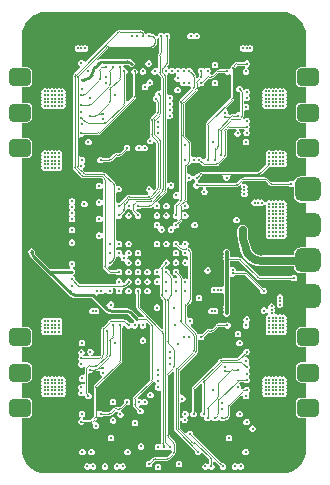
<source format=gbr>
G04*
G04 #@! TF.GenerationSoftware,Altium Limited,Altium Designer,24.1.2 (44)*
G04*
G04 Layer_Physical_Order=5*
G04 Layer_Color=16737945*
%FSLAX25Y25*%
%MOIN*%
G70*
G04*
G04 #@! TF.SameCoordinates,8AA45DA3-EFE9-42F3-ADE2-6CCF78DF1A05*
G04*
G04*
G04 #@! TF.FilePolarity,Positive*
G04*
G01*
G75*
%ADD14C,0.00394*%
%ADD75C,0.00984*%
%ADD85C,0.02756*%
G04:AMPARAMS|DCode=86|XSize=86.61mil|YSize=78.74mil|CornerRadius=19.68mil|HoleSize=0mil|Usage=FLASHONLY|Rotation=0.000|XOffset=0mil|YOffset=0mil|HoleType=Round|Shape=RoundedRectangle|*
%AMROUNDEDRECTD86*
21,1,0.08661,0.03937,0,0,0.0*
21,1,0.04724,0.07874,0,0,0.0*
1,1,0.03937,0.02362,-0.01968*
1,1,0.03937,-0.02362,-0.01968*
1,1,0.03937,-0.02362,0.01968*
1,1,0.03937,0.02362,0.01968*
%
%ADD86ROUNDEDRECTD86*%
G04:AMPARAMS|DCode=88|XSize=74.8mil|YSize=59.06mil|CornerRadius=14.76mil|HoleSize=0mil|Usage=FLASHONLY|Rotation=0.000|XOffset=0mil|YOffset=0mil|HoleType=Round|Shape=RoundedRectangle|*
%AMROUNDEDRECTD88*
21,1,0.07480,0.02953,0,0,0.0*
21,1,0.04528,0.05906,0,0,0.0*
1,1,0.02953,0.02264,-0.01476*
1,1,0.02953,-0.02264,-0.01476*
1,1,0.02953,-0.02264,0.01476*
1,1,0.02953,0.02264,0.01476*
%
%ADD88ROUNDEDRECTD88*%
%ADD89C,0.00984*%
%ADD90C,0.01181*%
G36*
X49558Y148714D02*
Y144095D01*
X49563Y144082D01*
X49527Y143996D01*
X49515Y143991D01*
X49482Y143958D01*
X49440Y143856D01*
X49194Y143488D01*
X49107Y143051D01*
X49066Y142950D01*
Y138999D01*
X48874Y138869D01*
X48566Y138746D01*
X48247Y138878D01*
X47816D01*
X47418Y138713D01*
X47114Y138409D01*
X46949Y138011D01*
Y137580D01*
X47114Y137182D01*
X47418Y136877D01*
X47816Y136713D01*
X48247D01*
X48645Y136877D01*
X48681Y136913D01*
X48849Y136907D01*
X49264Y136790D01*
X49447Y136517D01*
X49487Y136420D01*
X50105Y135802D01*
X50148Y135320D01*
Y131722D01*
X49648Y131388D01*
X49625Y131398D01*
X49194D01*
X48796Y131233D01*
X48492Y130928D01*
X48327Y130530D01*
Y130100D01*
X48353Y130037D01*
X48210Y129823D01*
X47812Y129658D01*
X47507Y129353D01*
X47343Y128955D01*
Y128525D01*
X47507Y128127D01*
X47812Y127822D01*
X48210Y127657D01*
X48573Y127621D01*
X48573Y124283D01*
X48579Y124270D01*
X48543Y124184D01*
X48531Y124179D01*
X46825Y122473D01*
X46783Y122371D01*
X46537Y122003D01*
X46450Y121566D01*
X46408Y121465D01*
Y116732D01*
X46450Y116632D01*
X46537Y116195D01*
X46567Y116150D01*
X46522Y115977D01*
X46330Y115605D01*
X46040Y115485D01*
X45736Y115180D01*
X45571Y114782D01*
Y114352D01*
X45736Y113954D01*
X46040Y113649D01*
X46438Y113484D01*
X46869D01*
X47267Y113649D01*
X47571Y113954D01*
X47664Y114178D01*
X48131Y114330D01*
X48225Y114324D01*
X48530Y114019D01*
X48543Y114014D01*
X48579Y113928D01*
X48573Y113915D01*
Y99139D01*
X48579Y99126D01*
X48543Y99041D01*
X48531Y99035D01*
X47842Y98347D01*
X47343Y98554D01*
Y98641D01*
X47178Y99038D01*
X46873Y99343D01*
X46475Y99508D01*
X46044D01*
X45647Y99343D01*
X45342Y99038D01*
X45177Y98641D01*
Y98210D01*
X45342Y97812D01*
X45647Y97507D01*
X45785Y97450D01*
X45981Y96893D01*
X45977Y96870D01*
X45855Y96702D01*
X39567D01*
X39466Y96661D01*
X39029Y96574D01*
X38661Y96328D01*
X38559Y96285D01*
X36270Y93996D01*
X36005D01*
X35785Y93905D01*
X35342Y94133D01*
X35285Y94198D01*
Y97215D01*
X35785Y97549D01*
X35808Y97539D01*
X36239D01*
X36637Y97704D01*
X36941Y98009D01*
X37106Y98407D01*
Y98837D01*
X36941Y99235D01*
X36637Y99540D01*
X36239Y99705D01*
X35808D01*
X35777Y99692D01*
X35696Y99689D01*
X35620Y99703D01*
X35201Y99984D01*
X35156Y100211D01*
X34905Y100587D01*
X34865Y100685D01*
X32138Y103411D01*
X31785Y103765D01*
X31785Y103765D01*
X31785Y103765D01*
X31684Y103806D01*
X31314Y104054D01*
X30877Y104141D01*
X30776Y104183D01*
X24895D01*
X24882Y104177D01*
X24797Y104212D01*
X24792Y104224D01*
X24193Y104823D01*
X24230Y105309D01*
X24288Y105434D01*
X24540Y105686D01*
X24705Y106084D01*
Y106515D01*
X24561Y106862D01*
X24432Y107350D01*
X24737Y107654D01*
X24902Y108052D01*
Y108483D01*
X24737Y108881D01*
X24432Y109186D01*
X24034Y109350D01*
X23604D01*
X23482Y109300D01*
X22982Y109615D01*
Y115678D01*
X23407Y116043D01*
X23837D01*
X24235Y116208D01*
X24514Y116487D01*
X29005D01*
X29105Y116528D01*
X29542Y116615D01*
X29910Y116861D01*
X30012Y116903D01*
X41208Y128100D01*
X41561Y128452D01*
X41561Y128453D01*
X41561Y128453D01*
X41603Y128554D01*
X41849Y128922D01*
X41936Y129359D01*
X41978Y129460D01*
Y136903D01*
X42256Y137182D01*
X42421Y137580D01*
Y138011D01*
X42256Y138409D01*
X41952Y138713D01*
X41554Y138878D01*
X41123D01*
X40725Y138713D01*
X40421Y138409D01*
X40256Y138011D01*
Y137580D01*
X40421Y137182D01*
X40699Y136903D01*
Y129460D01*
X40705Y129447D01*
X40669Y129361D01*
X40657Y129356D01*
X39093Y127793D01*
X38631Y127984D01*
Y136903D01*
X38910Y137182D01*
X39075Y137580D01*
Y138011D01*
X38910Y138409D01*
X38605Y138713D01*
X38208Y138878D01*
X38159D01*
X37765Y138946D01*
X37697Y139340D01*
Y139389D01*
X37633Y139542D01*
X37930Y140042D01*
X38948D01*
Y140029D01*
X39350Y139949D01*
X39437Y139741D01*
X39741Y139436D01*
X40139Y139272D01*
X40570D01*
X40968Y139436D01*
X41272Y139741D01*
X41437Y140139D01*
Y140570D01*
X41272Y140968D01*
X40968Y141272D01*
X40570Y141437D01*
X40430D01*
X40387Y141470D01*
X39693Y141757D01*
X38948Y141855D01*
Y141848D01*
X30737D01*
Y141855D01*
X29991Y141757D01*
X29297Y141470D01*
X28984Y141860D01*
X32506Y145381D01*
X32610Y145424D01*
X46918D01*
X47019Y145466D01*
X47456Y145552D01*
X47822Y145798D01*
X47925Y145840D01*
X48451Y146366D01*
X48451Y146367D01*
X48451Y146367D01*
X48493Y146467D01*
X48739Y146836D01*
X48826Y147273D01*
X48867Y147373D01*
Y148493D01*
X48918Y148658D01*
X49481Y148791D01*
X49558Y148714D01*
D02*
G37*
G36*
X11811Y157629D02*
X90551D01*
X90624Y157659D01*
X92124Y157511D01*
X93635Y157053D01*
X95029Y156308D01*
X96250Y155305D01*
X97253Y154084D01*
X97997Y152691D01*
X98456Y151179D01*
X98604Y149679D01*
X98573Y149606D01*
Y139210D01*
X96949D01*
X96219Y139065D01*
X95601Y138651D01*
X95187Y138033D01*
X95042Y137303D01*
Y134350D01*
X95187Y133621D01*
X95601Y133002D01*
X96219Y132589D01*
X96949Y132444D01*
X98573D01*
Y127399D01*
X96949D01*
X96219Y127254D01*
X95601Y126840D01*
X95187Y126222D01*
X95042Y125492D01*
Y122539D01*
X95187Y121810D01*
X95601Y121191D01*
X96219Y120778D01*
X96949Y120633D01*
X98573D01*
Y115588D01*
X96949D01*
X96219Y115443D01*
X95601Y115029D01*
X95187Y114411D01*
X95042Y113681D01*
Y110728D01*
X95187Y109999D01*
X95601Y109380D01*
X96219Y108967D01*
X96949Y108822D01*
X98573D01*
Y102802D01*
X96850D01*
X95929Y102619D01*
X95147Y102097D01*
X94625Y101315D01*
X94625Y101314D01*
X94082Y101149D01*
X93984Y101248D01*
X93586Y101412D01*
X93156D01*
X92758Y101248D01*
X92479Y100969D01*
X87382D01*
X86900Y101012D01*
X86900Y101012D01*
Y101012D01*
X86900Y101012D01*
X85919Y101993D01*
X85818Y102035D01*
X85448Y102282D01*
X85011Y102369D01*
X84910Y102411D01*
X77688D01*
X77588Y102369D01*
X77151Y102282D01*
X76783Y102036D01*
X76682Y101995D01*
X76682Y101995D01*
X76681Y101994D01*
X76328Y101641D01*
X75171Y100485D01*
X75068Y100442D01*
X62900D01*
X62621Y100721D01*
X62388Y100818D01*
Y101348D01*
X62621Y101444D01*
X62926Y101749D01*
X63090Y102147D01*
Y102541D01*
X63608Y103059D01*
X63712Y103101D01*
X70640D01*
X70974Y102601D01*
X70965Y102578D01*
Y102147D01*
X71129Y101749D01*
X71434Y101444D01*
X71832Y101279D01*
X72263D01*
X72660Y101444D01*
X72965Y101749D01*
X73130Y102147D01*
Y102578D01*
X73120Y102601D01*
X73454Y103101D01*
X82745D01*
X82845Y103143D01*
X83282Y103230D01*
X83650Y103475D01*
X83752Y103518D01*
X86042Y105807D01*
X86436D01*
X86811Y105963D01*
X87186Y105807D01*
X87617D01*
X87992Y105963D01*
X88367Y105807D01*
X88798D01*
X89173Y105963D01*
X89548Y105807D01*
X89979D01*
X90354Y105963D01*
X90729Y105807D01*
X91160D01*
X91558Y105972D01*
X91863Y106277D01*
X92028Y106674D01*
Y107105D01*
X91872Y107480D01*
X92028Y107855D01*
Y108286D01*
X91872Y108661D01*
X92028Y109037D01*
Y109467D01*
X91872Y109843D01*
X92028Y110218D01*
Y110648D01*
X91863Y111046D01*
X91558Y111351D01*
X91160Y111516D01*
X90729D01*
X90354Y111360D01*
X89979Y111516D01*
X89548D01*
X89173Y111360D01*
X88798Y111516D01*
X88367D01*
X87992Y111360D01*
X87617Y111516D01*
X87186D01*
X86811Y111360D01*
X86436Y111516D01*
X86005D01*
X85607Y111351D01*
X85303Y111046D01*
X85138Y110648D01*
Y110218D01*
X85293Y109843D01*
X85138Y109467D01*
Y109037D01*
X85293Y108661D01*
X85138Y108286D01*
Y107855D01*
X85293Y107480D01*
X85138Y107105D01*
Y106711D01*
X82848Y104422D01*
X82745Y104379D01*
X63712D01*
X63611Y104338D01*
X63174Y104251D01*
X62806Y104005D01*
X62705Y103963D01*
X62705Y103963D01*
X62704Y103963D01*
X62186Y103445D01*
X61792D01*
X61394Y103280D01*
X61090Y102975D01*
X60563D01*
X60259Y103280D01*
X59861Y103445D01*
X59430D01*
X59407Y103435D01*
X58907Y103769D01*
Y105973D01*
X58949Y106077D01*
X59515Y106643D01*
X59868Y106995D01*
X59869Y106997D01*
X60259Y107279D01*
X60410Y107350D01*
X60808Y107185D01*
X61239D01*
X61637Y107350D01*
X61681Y107394D01*
X62008Y107610D01*
X62335Y107394D01*
X62379Y107350D01*
X62777Y107185D01*
X63171D01*
X63688Y106667D01*
X63790Y106625D01*
X64159Y106379D01*
X64596Y106292D01*
X64696Y106251D01*
X68572D01*
X68672Y106292D01*
X69109Y106379D01*
X69477Y106625D01*
X69579Y106667D01*
X71326Y108415D01*
X71679Y108767D01*
X71680Y108768D01*
X71680Y108768D01*
X71721Y108869D01*
X71967Y109237D01*
X72054Y109674D01*
X72096Y109775D01*
Y117981D01*
X72138Y118085D01*
X72663Y118610D01*
X72767Y118652D01*
X75303D01*
X75402Y118152D01*
X75141Y118044D01*
X74836Y117739D01*
X74672Y117341D01*
Y116911D01*
X74836Y116513D01*
X75141Y116208D01*
X75539Y116043D01*
X75969D01*
X76367Y116208D01*
X76672Y116513D01*
X76837Y116911D01*
Y117341D01*
X76672Y117739D01*
X76367Y118044D01*
X76106Y118152D01*
X76205Y118652D01*
X77768D01*
X78030Y118228D01*
X77867Y117980D01*
X77822Y117936D01*
X77658Y117538D01*
Y117107D01*
X77822Y116709D01*
X78127Y116405D01*
X78525Y116240D01*
X78956D01*
X79353Y116405D01*
X79658Y116709D01*
X79823Y117107D01*
Y117538D01*
X79658Y117936D01*
X79614Y117980D01*
X79397Y118307D01*
X79614Y118634D01*
X79658Y118678D01*
X79823Y119076D01*
Y119507D01*
X79658Y119905D01*
X79614Y119949D01*
X79397Y120276D01*
X79614Y120602D01*
X79658Y120647D01*
X79823Y121045D01*
Y121475D01*
X79658Y121873D01*
X79353Y122178D01*
X78956Y122343D01*
X78525D01*
X78127Y122178D01*
X77957Y122008D01*
X77544Y122290D01*
X77631Y122727D01*
X77673Y122828D01*
Y124670D01*
X78173Y124966D01*
X78328Y124902D01*
X78759D01*
X79157Y125066D01*
X79461Y125371D01*
X79626Y125769D01*
Y126200D01*
X79461Y126597D01*
X79157Y126902D01*
X78759Y127067D01*
X78328D01*
X78173Y127003D01*
X77673Y127298D01*
Y127766D01*
X77946Y127918D01*
X78173Y128000D01*
X78525Y127854D01*
X78956D01*
X79353Y128019D01*
X79658Y128324D01*
X79823Y128722D01*
Y129152D01*
X79658Y129550D01*
X79614Y129595D01*
X79397Y129921D01*
X79614Y130248D01*
X79658Y130292D01*
X79823Y130690D01*
Y131121D01*
X79658Y131519D01*
X79353Y131823D01*
X78956Y131988D01*
X78525D01*
X78127Y131823D01*
X77970Y131667D01*
X77912Y131660D01*
X77461Y131853D01*
Y132105D01*
X77296Y132503D01*
X76991Y132808D01*
X76593Y132972D01*
X76163D01*
X75765Y132808D01*
X75460Y132503D01*
X75295Y132105D01*
Y131674D01*
X75460Y131277D01*
X75765Y130972D01*
X76163Y130807D01*
X76394D01*
X76394Y124479D01*
X76024Y124161D01*
X75894Y124114D01*
X75539D01*
X75141Y123949D01*
X74862Y123671D01*
X74145D01*
X74044Y123629D01*
X73607Y123542D01*
X73239Y123296D01*
X73138Y123254D01*
X73138Y123254D01*
X73137Y123254D01*
X73131Y123247D01*
X72820Y123299D01*
X72539Y123800D01*
Y124231D01*
X72374Y124629D01*
X72070Y124934D01*
X72033Y124949D01*
X71915Y125539D01*
X73886Y127509D01*
X74238Y127862D01*
X74239Y127863D01*
X74239Y127863D01*
X74280Y127964D01*
X74526Y128332D01*
X74613Y128769D01*
X74655Y128869D01*
Y138847D01*
X74697Y138951D01*
X75419Y139673D01*
X75523Y139715D01*
X77848D01*
X78127Y139436D01*
X78298Y139366D01*
X78312Y139129D01*
X78248Y138845D01*
X77930Y138713D01*
X77626Y138409D01*
X77461Y138011D01*
Y137580D01*
X77626Y137182D01*
X77930Y136877D01*
X78328Y136713D01*
X78759D01*
X79157Y136877D01*
X79461Y137182D01*
X79626Y137580D01*
Y138011D01*
X79461Y138409D01*
X79157Y138713D01*
X78985Y138784D01*
X78971Y139020D01*
X79035Y139305D01*
X79353Y139436D01*
X79658Y139741D01*
X79823Y140139D01*
Y140570D01*
X79658Y140968D01*
X79353Y141272D01*
X78956Y141437D01*
X78525D01*
X78127Y141272D01*
X77848Y140993D01*
X75523D01*
X75422Y140952D01*
X74985Y140865D01*
X74617Y140619D01*
X74516Y140577D01*
X74516Y140577D01*
X74515Y140577D01*
X74163Y140224D01*
X73793Y139855D01*
X73751Y139753D01*
X73505Y139385D01*
X73418Y138948D01*
X73410Y138927D01*
X73047Y138770D01*
X72877Y138730D01*
X72518Y138878D01*
X72088D01*
X71690Y138713D01*
X71411Y138435D01*
X69421D01*
X69320Y138393D01*
X68883Y138306D01*
X68515Y138060D01*
X68414Y138018D01*
X68414Y138018D01*
X68413Y138018D01*
X68060Y137665D01*
X67100Y136705D01*
X67010Y136668D01*
X66702Y136767D01*
X66574Y137287D01*
X66666Y137379D01*
X66831Y137777D01*
Y138207D01*
X66666Y138605D01*
X66361Y138910D01*
X65963Y139075D01*
X65533D01*
X65135Y138910D01*
X64980Y138755D01*
X64665Y138657D01*
X64351Y138755D01*
X64196Y138910D01*
X63798Y139075D01*
X63367D01*
X62969Y138910D01*
X62665Y138605D01*
X62500Y138207D01*
Y137777D01*
X62665Y137379D01*
X62897Y137147D01*
X62839Y136075D01*
X62842Y136066D01*
X62809Y135987D01*
X62797Y135982D01*
X62322Y135507D01*
X61860Y135698D01*
Y135892D01*
X61818Y135993D01*
X61731Y136430D01*
X61552Y136697D01*
X61507Y136831D01*
X60695Y137760D01*
X60709Y137796D01*
Y138226D01*
X60545Y138624D01*
X60240Y138929D01*
X59842Y139094D01*
X59411D01*
X59013Y138929D01*
X58969Y138885D01*
X58662Y138655D01*
X58316Y138885D01*
X58290Y138910D01*
X57893Y139075D01*
X57462D01*
X57064Y138910D01*
X57020Y138866D01*
X56693Y138649D01*
X56366Y138866D01*
X56322Y138910D01*
X55924Y139075D01*
X55493D01*
X55095Y138910D01*
X55051Y138866D01*
X54724Y138649D01*
X54398Y138866D01*
X54353Y138910D01*
X53956Y139075D01*
X53525D01*
X53127Y138910D01*
X53083Y138866D01*
X52756Y138649D01*
X52429Y138866D01*
X52385Y138910D01*
X52348Y138926D01*
X52230Y139515D01*
X52388Y139673D01*
X52388Y139674D01*
X52388Y139674D01*
X52430Y139775D01*
X52676Y140143D01*
X52763Y140580D01*
X52805Y140681D01*
Y148714D01*
X53083Y148993D01*
X53248Y149391D01*
Y149822D01*
X53083Y150220D01*
X52779Y150524D01*
X52381Y150689D01*
X51950D01*
X51552Y150524D01*
X51508Y150480D01*
X51181Y150264D01*
X50854Y150480D01*
X50810Y150524D01*
X50412Y150689D01*
X49981D01*
X49584Y150524D01*
X49279Y150220D01*
X49114Y149822D01*
Y149714D01*
X48614Y149414D01*
X48450Y149501D01*
X48450D01*
X48263Y149688D01*
X48123Y149828D01*
X48111Y149833D01*
X48023Y149869D01*
X47652Y150117D01*
X47215Y150204D01*
X47176Y150220D01*
X46872Y150524D01*
X46474Y150689D01*
X46044D01*
X45646Y150524D01*
X45601Y150480D01*
X45275Y150264D01*
X44948Y150480D01*
X44904Y150524D01*
X44810Y150563D01*
X44802Y150605D01*
X44556Y150973D01*
X44514Y151075D01*
X44382Y151207D01*
X44280Y151249D01*
X43912Y151495D01*
X43475Y151582D01*
X43375Y151623D01*
X36350D01*
X36249Y151582D01*
X35812Y151495D01*
X35444Y151249D01*
X35343Y151207D01*
X35343Y151207D01*
X35342Y151207D01*
X34989Y150854D01*
X25145Y141010D01*
X24555Y141127D01*
X24540Y141165D01*
X24235Y141469D01*
X23837Y141634D01*
X23407D01*
X23009Y141469D01*
X22704Y141165D01*
X22539Y140767D01*
Y140336D01*
X22704Y139938D01*
X23009Y139633D01*
X23046Y139618D01*
X23164Y139028D01*
X21234Y137099D01*
X21192Y136997D01*
X20946Y136629D01*
X20859Y136192D01*
X20818Y136091D01*
Y105838D01*
X20859Y105737D01*
X20946Y105300D01*
X21192Y104932D01*
X21234Y104830D01*
X23532Y102532D01*
X23637Y102489D01*
X24001Y102245D01*
X24438Y102158D01*
X24539Y102117D01*
X30382D01*
X30487Y102073D01*
X30813Y101747D01*
X30826Y101742D01*
X30862Y101655D01*
X30857Y101642D01*
Y100461D01*
X30774Y100413D01*
X30357Y100308D01*
X30141Y100524D01*
X29743Y100689D01*
X29312D01*
X28914Y100524D01*
X28610Y100220D01*
X28445Y99822D01*
Y99391D01*
X28610Y98993D01*
X28914Y98689D01*
X29312Y98524D01*
X29743D01*
X30141Y98689D01*
X30357Y98905D01*
X30774Y98800D01*
X30857Y98751D01*
Y94950D01*
X30774Y94901D01*
X30357Y94796D01*
X30141Y95012D01*
X29743Y95177D01*
X29312D01*
X28914Y95012D01*
X28610Y94708D01*
X28445Y94310D01*
Y93879D01*
X28610Y93481D01*
X28914Y93177D01*
X29312Y93012D01*
X29743D01*
X30141Y93177D01*
X30357Y93393D01*
X30774Y93288D01*
X30857Y93239D01*
Y89438D01*
X30774Y89389D01*
X30357Y89284D01*
X30141Y89500D01*
X29743Y89665D01*
X29312D01*
X28914Y89500D01*
X28610Y89196D01*
X28445Y88798D01*
Y88367D01*
X28610Y87969D01*
X28914Y87665D01*
X29312Y87500D01*
X29743D01*
X30141Y87665D01*
X30357Y87881D01*
X30774Y87776D01*
X30857Y87727D01*
Y83926D01*
X30774Y83877D01*
X30357Y83773D01*
X30141Y83989D01*
X29743Y84153D01*
X29312D01*
X28914Y83989D01*
X28610Y83684D01*
X28445Y83286D01*
Y82855D01*
X28610Y82458D01*
X28914Y82153D01*
X29312Y81988D01*
X29743D01*
X30141Y82153D01*
X30357Y82369D01*
X30774Y82265D01*
X30857Y82216D01*
Y72767D01*
X30898Y72667D01*
X30985Y72229D01*
X31231Y71861D01*
X31274Y71759D01*
X32388Y70645D01*
X32489Y70603D01*
X32859Y70355D01*
X33296Y70269D01*
X33397Y70227D01*
X35329D01*
X35607Y69948D01*
X36005Y69784D01*
X36436D01*
X36834Y69948D01*
X37138Y70253D01*
X37303Y70651D01*
Y71082D01*
X37138Y71479D01*
X36834Y71784D01*
X36436Y71949D01*
X36005D01*
X35607Y71784D01*
X35329Y71505D01*
X33397D01*
X33384Y71500D01*
X33298Y71536D01*
X33292Y71549D01*
X32466Y72375D01*
X32492Y72542D01*
X32855Y72933D01*
X33286D01*
X33684Y73098D01*
X33989Y73403D01*
X34154Y73800D01*
Y74217D01*
X34886Y74975D01*
X34931Y75090D01*
X35156Y75427D01*
X35243Y75864D01*
X35255Y75893D01*
X35337Y75975D01*
X35380Y76004D01*
X35785Y76174D01*
X36005Y76083D01*
X36286D01*
X36545Y75915D01*
X36713Y75656D01*
Y75375D01*
X36877Y74977D01*
X37182Y74673D01*
X37580Y74508D01*
X37861D01*
X38120Y74340D01*
X38287Y74081D01*
Y73800D01*
X38452Y73403D01*
X38757Y73098D01*
X39155Y72933D01*
X39585D01*
X39983Y73098D01*
X40288Y73403D01*
X40453Y73800D01*
Y74231D01*
X40288Y74629D01*
X39983Y74934D01*
X39585Y75098D01*
X39305D01*
X39046Y75266D01*
X38878Y75525D01*
Y75656D01*
X39046Y75915D01*
X39305Y76083D01*
X39585D01*
X39983Y76248D01*
X40288Y76552D01*
X40453Y76950D01*
Y77381D01*
X40288Y77779D01*
X39983Y78083D01*
X39585Y78248D01*
X39155D01*
X38757Y78083D01*
X38452Y77779D01*
X38287Y77381D01*
Y77100D01*
X38120Y76841D01*
X37861Y76673D01*
X37730D01*
X37471Y76841D01*
X37303Y77100D01*
Y77381D01*
X37138Y77779D01*
X36834Y78083D01*
X36436Y78248D01*
X36005D01*
X35785Y78157D01*
X35342Y78385D01*
X35285Y78450D01*
Y79031D01*
X35342Y79096D01*
X35785Y79324D01*
X36005Y79232D01*
X36436D01*
X36834Y79397D01*
X37138Y79702D01*
X37303Y80100D01*
Y80530D01*
X37138Y80928D01*
X36834Y81233D01*
X36436Y81398D01*
X36005D01*
X35785Y81306D01*
X35342Y81534D01*
X35285Y81599D01*
Y88479D01*
X35342Y88544D01*
X35785Y88772D01*
X36005Y88681D01*
X36436D01*
X36834Y88846D01*
X37138Y89151D01*
X37303Y89548D01*
Y89943D01*
X37665Y90304D01*
X38018Y90657D01*
X38018Y90658D01*
X38018Y90658D01*
X38060Y90759D01*
X38306Y91127D01*
X38393Y91564D01*
X38422Y91634D01*
X38464Y91680D01*
X38934Y91922D01*
X39155Y91831D01*
X39585D01*
X39806Y91922D01*
X40276Y91680D01*
X40318Y91634D01*
X40347Y91564D01*
X40434Y91127D01*
X40680Y90759D01*
X40723Y90657D01*
X41437Y89942D01*
Y89548D01*
X41602Y89151D01*
X41906Y88846D01*
X42304Y88681D01*
X42735D01*
X43133Y88846D01*
X43437Y89151D01*
X43602Y89548D01*
Y89979D01*
X43437Y90377D01*
X43133Y90682D01*
X42735Y90847D01*
X42341D01*
X41915Y91273D01*
X41941Y91440D01*
X42304Y91831D01*
X42735D01*
X43133Y91996D01*
X43412Y92274D01*
X46327D01*
X46428Y92316D01*
X46865Y92403D01*
X47233Y92649D01*
X47253Y92657D01*
X47387Y92668D01*
X47828Y92477D01*
X47901Y92300D01*
X48206Y91996D01*
X48603Y91831D01*
X49034D01*
X49432Y91996D01*
X49737Y92300D01*
X49902Y92698D01*
Y93129D01*
X49737Y93527D01*
X49432Y93831D01*
X49256Y93904D01*
X49102Y94458D01*
X51445Y96800D01*
X51797Y97153D01*
X51798Y97154D01*
X51798Y97154D01*
X51839Y97255D01*
X52085Y97623D01*
X52172Y98060D01*
X52214Y98161D01*
Y98948D01*
X52297Y98997D01*
X52714Y99101D01*
X52930Y98885D01*
X53328Y98721D01*
X53759D01*
X54157Y98885D01*
X54461Y99190D01*
X54626Y99588D01*
Y100019D01*
X54461Y100416D01*
X54157Y100721D01*
X53759Y100886D01*
X53328D01*
X52930Y100721D01*
X52714Y100505D01*
X52297Y100609D01*
X52214Y100658D01*
Y121753D01*
X52714Y122028D01*
X52904Y121949D01*
X53335D01*
X53733Y122114D01*
X54037Y122418D01*
X54202Y122816D01*
Y123247D01*
X54037Y123645D01*
X53993Y123689D01*
X53777Y124016D01*
X53993Y124342D01*
X54038Y124387D01*
X54203Y124784D01*
Y125215D01*
X54038Y125613D01*
X53993Y125658D01*
X53777Y125984D01*
X53993Y126311D01*
X54038Y126356D01*
X54203Y126753D01*
Y127184D01*
X54038Y127582D01*
X53994Y127626D01*
X53777Y127953D01*
X53994Y128279D01*
X54038Y128323D01*
X54203Y128721D01*
Y129152D01*
X54038Y129550D01*
X53733Y129855D01*
X53335Y130019D01*
X52905D01*
X52714Y129940D01*
X52214Y130215D01*
Y136053D01*
X52172Y136154D01*
X52085Y136591D01*
X52368Y137067D01*
X52385Y137074D01*
X52429Y137119D01*
X52756Y137335D01*
X53083Y137119D01*
X53127Y137074D01*
X53525Y136909D01*
X53956D01*
X54353Y137074D01*
X54398Y137119D01*
X54724Y137335D01*
X55051Y137119D01*
X55095Y137074D01*
X55329Y136978D01*
X55329Y136448D01*
X55095Y136351D01*
X54791Y136046D01*
X54626Y135648D01*
Y135218D01*
X54791Y134820D01*
X55095Y134515D01*
X55493Y134350D01*
X55924D01*
X56218Y134472D01*
X56532Y134252D01*
X56622Y134139D01*
X56595Y134074D01*
Y133643D01*
X56759Y133245D01*
X57064Y132940D01*
X57462Y132776D01*
X57893D01*
X58290Y132940D01*
X58335Y132985D01*
X58661Y133201D01*
X58988Y132985D01*
X59032Y132940D01*
X59430Y132776D01*
X59861D01*
X60224Y132385D01*
X60251Y132218D01*
X56470Y128437D01*
X56428Y128335D01*
X56182Y127967D01*
X56095Y127530D01*
X56054Y127430D01*
Y97741D01*
X55997Y97676D01*
X55554Y97448D01*
X55334Y97539D01*
X54903D01*
X54505Y97374D01*
X54200Y97070D01*
X54035Y96672D01*
Y96241D01*
X54200Y95843D01*
X54505Y95539D01*
X54903Y95374D01*
X55334D01*
X55554Y95465D01*
X55997Y95237D01*
X56049Y95178D01*
X56011Y94710D01*
X54896Y93595D01*
X54853Y93493D01*
X54607Y93125D01*
X54521Y92688D01*
X54479Y92587D01*
Y90656D01*
X54200Y90377D01*
X54035Y89979D01*
Y89548D01*
X54200Y89151D01*
X54505Y88846D01*
X54903Y88681D01*
X55334D01*
X55700Y88292D01*
X55726Y88178D01*
X55245Y87697D01*
X54903D01*
X54505Y87532D01*
X54200Y87227D01*
X54035Y86830D01*
Y86549D01*
X53868Y86290D01*
X53609Y86122D01*
X53328D01*
X52930Y85957D01*
X52626Y85653D01*
X52461Y85255D01*
Y84824D01*
X52626Y84426D01*
X52930Y84122D01*
X53328Y83957D01*
X53759D01*
X54157Y84122D01*
X54461Y84426D01*
X54626Y84824D01*
Y85105D01*
X54794Y85364D01*
X55053Y85532D01*
X55334D01*
X55731Y85696D01*
X56036Y86001D01*
X56201Y86399D01*
Y86830D01*
X56196Y86840D01*
X56915Y87559D01*
X56958Y87661D01*
X57204Y88029D01*
X57290Y88466D01*
X57301Y88493D01*
X57382Y88573D01*
X57440Y88611D01*
X57832Y88773D01*
X58053Y88682D01*
X58483D01*
X58881Y88846D01*
X59186Y89151D01*
X59351Y89549D01*
Y89979D01*
X59186Y90377D01*
X58881Y90682D01*
X58483Y90847D01*
X58053D01*
X57832Y90755D01*
X57390Y90983D01*
X57332Y91048D01*
Y91629D01*
X57390Y91694D01*
X57832Y91922D01*
X58053Y91830D01*
X58483D01*
X58881Y91995D01*
X59186Y92300D01*
X59351Y92698D01*
Y93129D01*
X59186Y93526D01*
X58881Y93831D01*
X58844Y93847D01*
X58730Y93960D01*
X58636Y94458D01*
X58778Y94670D01*
X58865Y95107D01*
X58907Y95208D01*
Y100955D01*
X59407Y101289D01*
X59430Y101279D01*
X59861D01*
X60259Y101444D01*
X60563Y101749D01*
X61090D01*
X61394Y101444D01*
X61628Y101348D01*
Y100818D01*
X61394Y100721D01*
X61090Y100417D01*
X60925Y100019D01*
Y99588D01*
X61090Y99190D01*
X61394Y98885D01*
X61792Y98721D01*
X62223D01*
X62621Y98885D01*
X62900Y99164D01*
X64217D01*
X64316Y98664D01*
X64055Y98556D01*
X63750Y98251D01*
X63585Y97853D01*
Y97422D01*
X63750Y97025D01*
X64055Y96720D01*
X64453Y96555D01*
X64883D01*
X65281Y96720D01*
X65586Y97025D01*
X65751Y97422D01*
Y97853D01*
X65586Y98251D01*
X65281Y98556D01*
X65020Y98664D01*
X65119Y99164D01*
X75068D01*
X75168Y99206D01*
X75605Y99293D01*
X75973Y99538D01*
X76075Y99581D01*
X76547Y100052D01*
X76971Y99769D01*
X76870Y99526D01*
Y99096D01*
X77026Y98721D01*
X76870Y98345D01*
Y97915D01*
X77026Y97539D01*
X76870Y97164D01*
Y96733D01*
X77035Y96336D01*
X77340Y96031D01*
X77737Y95866D01*
X78168D01*
X78566Y96031D01*
X78871Y96336D01*
X79035Y96733D01*
Y97164D01*
X78880Y97539D01*
X79035Y97915D01*
Y98345D01*
X78880Y98721D01*
X79035Y99096D01*
Y99526D01*
X78871Y99924D01*
X78566Y100229D01*
X78168Y100394D01*
X77737D01*
X77495Y100293D01*
X77212Y100717D01*
X77584Y101090D01*
X77688Y101132D01*
X84910D01*
X84923Y101138D01*
X85009Y101102D01*
X85015Y101089D01*
X85996Y100108D01*
X86096Y100066D01*
X86467Y99819D01*
X86904Y99732D01*
X87004Y99690D01*
X92479D01*
X92758Y99412D01*
X93156Y99247D01*
X93586D01*
X93942Y99394D01*
X94157Y99317D01*
X94442Y99162D01*
Y96457D01*
X94625Y95535D01*
X95147Y94754D01*
X95929Y94231D01*
X96850Y94048D01*
X98573D01*
Y79180D01*
X96850D01*
X95929Y78997D01*
X95147Y78475D01*
X94625Y77693D01*
X94442Y76772D01*
Y76413D01*
X83681D01*
X83631Y76403D01*
X82718Y76523D01*
X81820Y76895D01*
X81049Y77486D01*
X80458Y78257D01*
X80095Y79132D01*
X80092Y79198D01*
X79285Y82348D01*
X79269Y82381D01*
X79159Y83218D01*
X79168Y83268D01*
Y84842D01*
X79031Y85534D01*
X78639Y86120D01*
X78053Y86511D01*
X78001Y86522D01*
X77975Y86548D01*
X77578Y86713D01*
X77147D01*
X76749Y86548D01*
X76723Y86522D01*
X76671Y86511D01*
X76085Y86120D01*
X75693Y85534D01*
X75556Y84842D01*
Y83268D01*
X75555D01*
X75696Y81840D01*
X75779Y81568D01*
X75785Y81451D01*
X76592Y78301D01*
X76671Y78137D01*
X76920Y77317D01*
X77596Y76052D01*
X78506Y74943D01*
X79615Y74033D01*
X80880Y73356D01*
X82253Y72940D01*
X83681Y72799D01*
Y72800D01*
X94449D01*
X94625Y71913D01*
X95147Y71132D01*
X95929Y70609D01*
X96850Y70426D01*
X98573D01*
Y52596D01*
X96949D01*
X96219Y52451D01*
X95601Y52037D01*
X95187Y51419D01*
X95042Y50689D01*
Y47736D01*
X95187Y47007D01*
X95601Y46388D01*
X96219Y45975D01*
X96949Y45829D01*
X98573D01*
Y40785D01*
X96949D01*
X96219Y40639D01*
X95601Y40226D01*
X95187Y39608D01*
X95042Y38878D01*
Y35925D01*
X95187Y35195D01*
X95601Y34577D01*
X96219Y34164D01*
X96949Y34018D01*
X98573D01*
Y28974D01*
X96949D01*
X96219Y28828D01*
X95601Y28415D01*
X95187Y27797D01*
X95042Y27067D01*
Y24114D01*
X95187Y23384D01*
X95601Y22766D01*
X96219Y22353D01*
X96949Y22208D01*
X98573D01*
Y11811D01*
X98604Y11738D01*
X98456Y10239D01*
X97997Y8727D01*
X97253Y7333D01*
X96250Y6112D01*
X95029Y5110D01*
X93635Y4365D01*
X92124Y3906D01*
X90624Y3759D01*
X90551Y3789D01*
X11811D01*
X11738Y3759D01*
X10239Y3906D01*
X8727Y4365D01*
X7333Y5110D01*
X6112Y6112D01*
X5110Y7333D01*
X4365Y8727D01*
X3906Y10239D01*
X3759Y11738D01*
X3789Y11811D01*
Y22208D01*
X5413D01*
X6143Y22353D01*
X6762Y22766D01*
X7175Y23384D01*
X7320Y24114D01*
Y27067D01*
X7175Y27797D01*
X6762Y28415D01*
X6143Y28828D01*
X5413Y28974D01*
X3789D01*
Y34018D01*
X5413D01*
X6143Y34164D01*
X6762Y34577D01*
X7175Y35195D01*
X7320Y35925D01*
Y38878D01*
X7175Y39608D01*
X6762Y40226D01*
X6143Y40639D01*
X5413Y40785D01*
X3789D01*
Y45829D01*
X5413D01*
X6143Y45975D01*
X6762Y46388D01*
X7175Y47007D01*
X7320Y47736D01*
Y50689D01*
X7175Y51419D01*
X6762Y52037D01*
X6143Y52451D01*
X5413Y52596D01*
X3789D01*
Y108822D01*
X5413D01*
X6143Y108967D01*
X6762Y109380D01*
X7175Y109999D01*
X7320Y110728D01*
Y113681D01*
X7175Y114411D01*
X6762Y115029D01*
X6143Y115443D01*
X5413Y115588D01*
X3789D01*
Y120633D01*
X5413D01*
X6143Y120778D01*
X6762Y121191D01*
X7175Y121810D01*
X7320Y122539D01*
Y125492D01*
X7175Y126222D01*
X6762Y126840D01*
X6143Y127254D01*
X5413Y127399D01*
X3789D01*
Y132444D01*
X5413D01*
X6143Y132589D01*
X6762Y133002D01*
X7175Y133621D01*
X7320Y134350D01*
Y137303D01*
X7175Y138033D01*
X6762Y138651D01*
X6143Y139065D01*
X5413Y139210D01*
X3789D01*
Y149606D01*
X3759Y149679D01*
X3906Y151179D01*
X4365Y152691D01*
X5110Y154084D01*
X6112Y155305D01*
X7333Y156308D01*
X8727Y157053D01*
X10239Y157511D01*
X11738Y157659D01*
X11811Y157629D01*
D02*
G37*
G36*
X71690Y136877D02*
X72088Y136713D01*
X72518D01*
X72877Y136861D01*
X73083Y136788D01*
X73377Y136630D01*
Y128869D01*
X73382Y128857D01*
X73346Y128771D01*
X73334Y128766D01*
X65526Y120957D01*
X65483Y120855D01*
X65237Y120487D01*
X65150Y120050D01*
X65109Y119949D01*
Y109160D01*
X64830Y108881D01*
X64733Y108646D01*
X64288Y108423D01*
X64165Y108404D01*
X64075Y108458D01*
Y108483D01*
X63910Y108881D01*
X63605Y109186D01*
X63208Y109350D01*
X62777D01*
X62379Y109186D01*
X62335Y109141D01*
X62008Y108925D01*
X61681Y109141D01*
X61637Y109186D01*
X61239Y109350D01*
X60808D01*
X60785Y109341D01*
X60285Y109675D01*
Y113638D01*
X60243Y113738D01*
X60156Y114175D01*
X59911Y114542D01*
X59869Y114644D01*
X59868Y114646D01*
X59868Y114646D01*
X59868Y114646D01*
X58515Y116008D01*
X58165Y116361D01*
X58163Y116363D01*
X58163Y116363D01*
X58163D01*
X58163Y116363D01*
X58119Y116845D01*
Y127036D01*
X58162Y127140D01*
X61878Y130856D01*
X62230Y131208D01*
X62231Y131209D01*
X62231Y131209D01*
X62272Y131310D01*
X62519Y131678D01*
X62605Y132115D01*
X62647Y132216D01*
Y132574D01*
X62704Y132639D01*
X63147Y132867D01*
X63367Y132776D01*
X63798D01*
X64196Y132940D01*
X64500Y133245D01*
X64665Y133643D01*
Y134037D01*
X65970Y135342D01*
X66074Y135384D01*
X66997D01*
X67097Y135426D01*
X67534Y135513D01*
X67902Y135759D01*
X68004Y135801D01*
X69317Y137114D01*
X69421Y137156D01*
X71411D01*
X71690Y136877D01*
D02*
G37*
G36*
X30554Y123278D02*
X30524Y123306D01*
X30492Y123331D01*
X30458Y123353D01*
X30421Y123372D01*
X30383Y123388D01*
X30342Y123402D01*
X30300Y123412D01*
X30255Y123419D01*
X30208Y123424D01*
X30159Y123425D01*
Y123819D01*
X30208Y123820D01*
X30255Y123825D01*
X30300Y123832D01*
X30342Y123843D01*
X30383Y123856D01*
X30421Y123872D01*
X30458Y123891D01*
X30492Y123913D01*
X30524Y123939D01*
X30554Y123967D01*
Y123278D01*
D02*
G37*
G36*
X71838Y122757D02*
X71870Y122732D01*
X71904Y122710D01*
X71941Y122691D01*
X71979Y122675D01*
X72020Y122661D01*
X72062Y122651D01*
X72107Y122644D01*
X72154Y122639D01*
X72203Y122638D01*
Y122244D01*
X72154Y122243D01*
X72107Y122238D01*
X72062Y122231D01*
X72020Y122221D01*
X71979Y122207D01*
X71941Y122191D01*
X71904Y122172D01*
X71870Y122150D01*
X71838Y122125D01*
X71808Y122097D01*
Y122785D01*
X71838Y122757D01*
D02*
G37*
%LPC*%
G36*
X46278Y141437D02*
X45848D01*
X45450Y141272D01*
X45145Y140968D01*
X44980Y140570D01*
Y140139D01*
X45145Y139741D01*
X45450Y139436D01*
X45848Y139272D01*
X46278D01*
X46676Y139436D01*
X46981Y139741D01*
X47146Y140139D01*
Y140570D01*
X46981Y140968D01*
X46676Y141272D01*
X46278Y141437D01*
D02*
G37*
G36*
X44310Y138878D02*
X43879D01*
X43481Y138713D01*
X43177Y138409D01*
X43012Y138011D01*
Y137580D01*
X43177Y137182D01*
X43481Y136877D01*
X43879Y136713D01*
X44310D01*
X44708Y136877D01*
X45012Y137182D01*
X45177Y137580D01*
Y138011D01*
X45012Y138409D01*
X44708Y138713D01*
X44310Y138878D01*
D02*
G37*
G36*
X46672Y135138D02*
X46241D01*
X45843Y134973D01*
X45539Y134668D01*
X45374Y134271D01*
Y134064D01*
X45170Y133750D01*
X44916Y133638D01*
X44666D01*
X44269Y133473D01*
X43964Y133168D01*
X43799Y132771D01*
Y132340D01*
X43964Y131942D01*
X44269Y131637D01*
X44666Y131473D01*
X45097D01*
X45495Y131637D01*
X45800Y131942D01*
X45965Y132340D01*
Y132546D01*
X46169Y132861D01*
X46422Y132973D01*
X46672D01*
X47070Y133137D01*
X47374Y133442D01*
X47539Y133840D01*
Y134271D01*
X47374Y134668D01*
X47070Y134973D01*
X46672Y135138D01*
D02*
G37*
G36*
X26200Y115256D02*
X25769D01*
X25371Y115091D01*
X25066Y114787D01*
X24902Y114389D01*
Y113958D01*
X25066Y113560D01*
X25371Y113255D01*
X25769Y113091D01*
X26200D01*
X26597Y113255D01*
X26902Y113560D01*
X27067Y113958D01*
Y114389D01*
X26902Y114787D01*
X26597Y115091D01*
X26200Y115256D01*
D02*
G37*
G36*
X44900Y113287D02*
X44470D01*
X44072Y113123D01*
X44027Y113078D01*
X43701Y112862D01*
X43374Y113078D01*
X43330Y113123D01*
X42932Y113287D01*
X42501D01*
X42103Y113123D01*
X41799Y112818D01*
X41634Y112420D01*
Y111989D01*
X41799Y111591D01*
X42103Y111287D01*
X42501Y111122D01*
X42932D01*
X43330Y111287D01*
X43374Y111331D01*
X43701Y111548D01*
X44027Y111331D01*
X44072Y111287D01*
X44470Y111122D01*
X44900D01*
X45298Y111287D01*
X45603Y111591D01*
X45768Y111989D01*
Y112420D01*
X45603Y112818D01*
X45298Y113123D01*
X44900Y113287D01*
D02*
G37*
G36*
X38995D02*
X38564D01*
X38166Y113123D01*
X37862Y112818D01*
X37697Y112420D01*
Y112026D01*
X36392Y110721D01*
X36288Y110679D01*
X35366D01*
X35265Y110637D01*
X34828Y110550D01*
X34460Y110304D01*
X34359Y110262D01*
X34359Y110262D01*
X34358Y110262D01*
X34005Y109909D01*
X33045Y108949D01*
X32941Y108907D01*
X30951D01*
X30672Y109186D01*
X30274Y109350D01*
X29844D01*
X29446Y109186D01*
X29141Y108881D01*
X28976Y108483D01*
Y108052D01*
X29141Y107654D01*
X29446Y107350D01*
X29844Y107185D01*
X30274D01*
X30672Y107350D01*
X30951Y107629D01*
X32942D01*
X33042Y107670D01*
X33479Y107757D01*
X33847Y108003D01*
X33949Y108045D01*
X35262Y109358D01*
X35366Y109400D01*
X36288D01*
X36389Y109442D01*
X36826Y109529D01*
X37194Y109775D01*
X37296Y109817D01*
X38601Y111122D01*
X38995D01*
X39393Y111287D01*
X39697Y111591D01*
X39862Y111989D01*
Y112420D01*
X39697Y112818D01*
X39393Y113123D01*
X38995Y113287D01*
D02*
G37*
G36*
X62223Y150689D02*
X61792D01*
X61395Y150524D01*
X61350Y150480D01*
X61024Y150264D01*
X60697Y150480D01*
X60653Y150524D01*
X60255Y150689D01*
X59824D01*
X59426Y150524D01*
X59122Y150220D01*
X58957Y149822D01*
Y149391D01*
X59122Y148993D01*
X59426Y148688D01*
X59824Y148524D01*
X60255D01*
X60653Y148688D01*
X60697Y148733D01*
X61024Y148949D01*
X61350Y148733D01*
X61395Y148688D01*
X61792Y148524D01*
X62223D01*
X62621Y148688D01*
X62926Y148993D01*
X63090Y149391D01*
Y149822D01*
X62926Y150220D01*
X62621Y150524D01*
X62223Y150689D01*
D02*
G37*
G36*
X80137Y146555D02*
X79706D01*
X79331Y146400D01*
X78956Y146555D01*
X78525D01*
X78150Y146400D01*
X77774Y146555D01*
X77344D01*
X76946Y146390D01*
X76641Y146086D01*
X76476Y145688D01*
Y145257D01*
X76641Y144859D01*
X76946Y144555D01*
X77344Y144390D01*
X77774D01*
X78150Y144545D01*
X78525Y144390D01*
X78956D01*
X79331Y144545D01*
X79706Y144390D01*
X80137D01*
X80534Y144555D01*
X80839Y144859D01*
X81004Y145257D01*
Y145688D01*
X80839Y146086D01*
X80534Y146390D01*
X80137Y146555D01*
D02*
G37*
G36*
X25019D02*
X24588D01*
X24213Y146400D01*
X23837Y146555D01*
X23407D01*
X23031Y146400D01*
X22656Y146555D01*
X22226D01*
X21828Y146390D01*
X21523Y146086D01*
X21358Y145688D01*
Y145257D01*
X21523Y144859D01*
X21828Y144555D01*
X22226Y144390D01*
X22656D01*
X23031Y144545D01*
X23407Y144390D01*
X23837D01*
X24213Y144545D01*
X24588Y144390D01*
X25019D01*
X25416Y144555D01*
X25721Y144859D01*
X25886Y145257D01*
Y145688D01*
X25721Y146086D01*
X25416Y146390D01*
X25019Y146555D01*
D02*
G37*
G36*
X68326Y141043D02*
X67895D01*
X67497Y140878D01*
X67192Y140574D01*
X67028Y140176D01*
Y139745D01*
X67192Y139347D01*
X67497Y139043D01*
X67895Y138878D01*
X68326D01*
X68723Y139043D01*
X69028Y139347D01*
X69193Y139745D01*
Y140176D01*
X69028Y140574D01*
X68723Y140878D01*
X68326Y141043D01*
D02*
G37*
G36*
X91160Y132185D02*
X90729D01*
X90354Y132030D01*
X89979Y132185D01*
X89548D01*
X89173Y132030D01*
X88798Y132185D01*
X88367D01*
X87992Y132030D01*
X87617Y132185D01*
X87186D01*
X86811Y132030D01*
X86436Y132185D01*
X86005D01*
X85630Y132030D01*
X85255Y132185D01*
X84824D01*
X84426Y132020D01*
X84122Y131716D01*
X83957Y131318D01*
Y130887D01*
X84112Y130512D01*
X83957Y130137D01*
Y129706D01*
X84112Y129331D01*
X83957Y128955D01*
Y128525D01*
X84112Y128150D01*
X83957Y127774D01*
Y127344D01*
X84112Y126969D01*
X83957Y126593D01*
Y126163D01*
X84122Y125765D01*
X84426Y125460D01*
X84824Y125295D01*
X85255D01*
X85630Y125451D01*
X86005Y125295D01*
X86436D01*
X86811Y125451D01*
X87186Y125295D01*
X87617D01*
X87992Y125451D01*
X88367Y125295D01*
X88798D01*
X89173Y125451D01*
X89548Y125295D01*
X89979D01*
X90354Y125451D01*
X90729Y125295D01*
X91160D01*
X91558Y125460D01*
X91863Y125765D01*
X92028Y126163D01*
Y126593D01*
X91872Y126969D01*
X92028Y127344D01*
Y127774D01*
X91872Y128150D01*
X92028Y128525D01*
Y128955D01*
X91872Y129331D01*
X92028Y129706D01*
Y130137D01*
X91872Y130512D01*
X92028Y130887D01*
Y131318D01*
X91863Y131716D01*
X91558Y132020D01*
X91160Y132185D01*
D02*
G37*
G36*
X17538Y132185D02*
X17108D01*
X16732Y132030D01*
X16357Y132185D01*
X15926D01*
X15551Y132030D01*
X15176Y132185D01*
X14745D01*
X14370Y132030D01*
X13995Y132185D01*
X13564D01*
X13189Y132030D01*
X12814Y132185D01*
X12383D01*
X12008Y132030D01*
X11633Y132185D01*
X11202D01*
X10804Y132020D01*
X10499Y131716D01*
X10335Y131318D01*
Y130887D01*
X10490Y130512D01*
X10335Y130137D01*
Y129706D01*
X10490Y129331D01*
X10335Y128955D01*
Y128525D01*
X10490Y128150D01*
X10335Y127774D01*
Y127344D01*
X10490Y126969D01*
X10335Y126593D01*
Y126163D01*
X10499Y125765D01*
X10804Y125460D01*
X11202Y125295D01*
X11633D01*
X12008Y125451D01*
X12383Y125295D01*
X12814D01*
X13189Y125451D01*
X13564Y125295D01*
X13995D01*
X14370Y125451D01*
X14745Y125295D01*
X15176D01*
X15551Y125451D01*
X15926Y125295D01*
X16357D01*
X16732Y125451D01*
X17108Y125295D01*
X17538D01*
X17936Y125460D01*
X18241Y125765D01*
X18406Y126163D01*
Y126593D01*
X18250Y126969D01*
X18406Y127344D01*
Y127774D01*
X18250Y128150D01*
X18406Y128525D01*
Y128955D01*
X18250Y129331D01*
X18406Y129706D01*
Y130137D01*
X18250Y130512D01*
X18406Y130887D01*
Y131318D01*
X18241Y131716D01*
X17936Y132020D01*
X17538Y132185D01*
D02*
G37*
G36*
X55924Y132579D02*
X55493D01*
X55095Y132414D01*
X54791Y132109D01*
X54626Y131711D01*
Y131281D01*
X54791Y130883D01*
X55095Y130578D01*
X55493Y130413D01*
X55924D01*
X56322Y130578D01*
X56626Y130883D01*
X56791Y131281D01*
Y131711D01*
X56626Y132109D01*
X56322Y132414D01*
X55924Y132579D01*
D02*
G37*
G36*
X78759Y115256D02*
X78328D01*
X77930Y115091D01*
X77626Y114787D01*
X77461Y114389D01*
Y113958D01*
X77626Y113560D01*
X77930Y113255D01*
X78328Y113091D01*
X78759D01*
X79157Y113255D01*
X79461Y113560D01*
X79626Y113958D01*
Y114389D01*
X79461Y114787D01*
X79157Y115091D01*
X78759Y115256D01*
D02*
G37*
G36*
X16357Y111516D02*
X15926D01*
X15551Y111360D01*
X15176Y111516D01*
X14745D01*
X14370Y111360D01*
X13995Y111516D01*
X13564D01*
X13189Y111360D01*
X12814Y111516D01*
X12383D01*
X12008Y111360D01*
X11633Y111516D01*
X11202D01*
X10804Y111351D01*
X10499Y111046D01*
X10335Y110648D01*
Y110218D01*
X10490Y109843D01*
X10335Y109467D01*
Y109037D01*
X10490Y108661D01*
X10335Y108286D01*
Y107855D01*
X10490Y107480D01*
X10335Y107105D01*
Y106674D01*
X10490Y106299D01*
X10335Y105924D01*
Y105493D01*
X10499Y105095D01*
X10804Y104791D01*
X11202Y104626D01*
X11633D01*
X12008Y104781D01*
X12383Y104626D01*
X12814D01*
X13189Y104781D01*
X13564Y104626D01*
X13995D01*
X14370Y104781D01*
X14745Y104626D01*
X15176D01*
X15551Y104781D01*
X15926Y104626D01*
X16357D01*
X16755Y104791D01*
X17060Y105095D01*
X17224Y105493D01*
Y105924D01*
X17069Y106299D01*
X17224Y106674D01*
Y107105D01*
X17069Y107480D01*
X17224Y107855D01*
Y108286D01*
X17069Y108661D01*
X17224Y109037D01*
Y109467D01*
X17069Y109843D01*
X17224Y110218D01*
Y110648D01*
X17060Y111046D01*
X16755Y111351D01*
X16357Y111516D01*
D02*
G37*
G36*
X83916Y95079D02*
X83485D01*
X83110Y94923D01*
X82735Y95079D01*
X82304D01*
X81929Y94923D01*
X81554Y95079D01*
X81123D01*
X80725Y94914D01*
X80421Y94609D01*
X80256Y94212D01*
Y93781D01*
X80421Y93383D01*
X80725Y93078D01*
X81123Y92913D01*
X81554D01*
X81929Y93069D01*
X82304Y92913D01*
X82735D01*
X83110Y93069D01*
X83485Y92913D01*
X83916D01*
X84314Y93078D01*
X84528Y93292D01*
X84941Y93273D01*
X85093Y93222D01*
X85226Y92949D01*
X85138Y92735D01*
Y92304D01*
X85293Y91929D01*
X85138Y91554D01*
Y91123D01*
X85293Y90748D01*
X85138Y90373D01*
Y89942D01*
X85293Y89567D01*
X85138Y89192D01*
Y88761D01*
X85293Y88386D01*
X85138Y88011D01*
Y87580D01*
X85293Y87205D01*
X85138Y86830D01*
Y86399D01*
X85293Y86024D01*
X85138Y85648D01*
Y85218D01*
X85293Y84842D01*
X85138Y84467D01*
Y84037D01*
X85293Y83661D01*
X85138Y83286D01*
Y82855D01*
X85303Y82458D01*
X85607Y82153D01*
X86005Y81988D01*
X86436D01*
X86811Y82144D01*
X87186Y81988D01*
X87617D01*
X87992Y82144D01*
X88367Y81988D01*
X88798D01*
X89173Y82144D01*
X89548Y81988D01*
X89979D01*
X90354Y82144D01*
X90729Y81988D01*
X91160D01*
X91558Y82153D01*
X91863Y82458D01*
X92027Y82855D01*
Y83286D01*
X91872Y83661D01*
X92027Y84037D01*
Y84467D01*
X91872Y84842D01*
X92027Y85218D01*
Y85648D01*
X91872Y86024D01*
X92027Y86399D01*
Y86830D01*
X91872Y87205D01*
X92027Y87580D01*
Y88011D01*
X91872Y88386D01*
X92027Y88761D01*
Y89192D01*
X91872Y89567D01*
X92027Y89942D01*
Y90373D01*
X91872Y90748D01*
X92027Y91123D01*
Y91554D01*
X91872Y91929D01*
X92027Y92304D01*
Y92735D01*
X91872Y93110D01*
X92027Y93485D01*
Y93916D01*
X91863Y94314D01*
X91558Y94619D01*
X91160Y94784D01*
X90729D01*
X90354Y94628D01*
X89979Y94784D01*
X89548D01*
X89173Y94628D01*
X88798Y94784D01*
X88367D01*
X87992Y94628D01*
X87617Y94784D01*
X87186D01*
X86811Y94628D01*
X86436Y94784D01*
X86005D01*
X85607Y94619D01*
X85303Y94314D01*
X85272Y94239D01*
X85028Y94226D01*
X84751Y94289D01*
X84619Y94609D01*
X84314Y94914D01*
X83916Y95079D01*
D02*
G37*
G36*
X24822Y94587D02*
X24391D01*
X23993Y94422D01*
X23688Y94117D01*
X23524Y93719D01*
Y93289D01*
X23688Y92891D01*
X23993Y92586D01*
X24391Y92421D01*
X24822D01*
X25220Y92586D01*
X25524Y92891D01*
X25689Y93289D01*
Y93719D01*
X25524Y94117D01*
X25220Y94422D01*
X24822Y94587D01*
D02*
G37*
G36*
X52184Y93996D02*
X51753D01*
X51355Y93831D01*
X51051Y93527D01*
X50886Y93129D01*
Y92698D01*
X51051Y92300D01*
X51355Y91996D01*
X51753Y91831D01*
X52184D01*
X52582Y91996D01*
X52886Y92300D01*
X53051Y92698D01*
Y93129D01*
X52886Y93527D01*
X52582Y93831D01*
X52184Y93996D01*
D02*
G37*
G36*
Y90847D02*
X51753D01*
X51355Y90682D01*
X51051Y90377D01*
X50886Y89979D01*
Y89548D01*
X51051Y89151D01*
X51355Y88846D01*
X51753Y88681D01*
X52184D01*
X52582Y88846D01*
X52886Y89151D01*
X53051Y89548D01*
Y89979D01*
X52886Y90377D01*
X52582Y90682D01*
X52184Y90847D01*
D02*
G37*
G36*
X49034D02*
X48603D01*
X48206Y90682D01*
X47901Y90377D01*
X47736Y89979D01*
Y89548D01*
X47901Y89151D01*
X48206Y88846D01*
X48603Y88681D01*
X49034D01*
X49432Y88846D01*
X49737Y89151D01*
X49902Y89548D01*
Y89979D01*
X49737Y90377D01*
X49432Y90682D01*
X49034Y90847D01*
D02*
G37*
G36*
X39585D02*
X39155D01*
X38757Y90682D01*
X38452Y90377D01*
X38287Y89979D01*
Y89548D01*
X38452Y89151D01*
X38757Y88846D01*
X39155Y88681D01*
X39585D01*
X39983Y88846D01*
X40288Y89151D01*
X40453Y89548D01*
Y89979D01*
X40288Y90377D01*
X39983Y90682D01*
X39585Y90847D01*
D02*
G37*
G36*
X20688Y95571D02*
X20257D01*
X19859Y95406D01*
X19555Y95101D01*
X19390Y94704D01*
Y94273D01*
X19555Y93875D01*
X19827Y93602D01*
X19555Y93330D01*
X19390Y92932D01*
Y92501D01*
X19555Y92103D01*
X19710Y91948D01*
X19808Y91634D01*
X19710Y91319D01*
X19555Y91164D01*
X19390Y90767D01*
Y90336D01*
X19555Y89938D01*
X19599Y89894D01*
X19815Y89567D01*
X19599Y89240D01*
X19555Y89196D01*
X19390Y88798D01*
Y88367D01*
X19555Y87969D01*
X19859Y87665D01*
X20257Y87500D01*
X20688D01*
X21086Y87665D01*
X21390Y87969D01*
X21555Y88367D01*
Y88798D01*
X21390Y89196D01*
X21346Y89240D01*
X21130Y89567D01*
X21346Y89894D01*
X21390Y89938D01*
X21555Y90336D01*
Y90767D01*
X21390Y91164D01*
X21235Y91319D01*
X21137Y91634D01*
X21235Y91948D01*
X21390Y92103D01*
X21555Y92501D01*
Y92932D01*
X21390Y93330D01*
X21118Y93602D01*
X21390Y93875D01*
X21555Y94273D01*
Y94704D01*
X21390Y95101D01*
X21086Y95406D01*
X20688Y95571D01*
D02*
G37*
G36*
X75576Y89272D02*
X75145D01*
X74747Y89107D01*
X74443Y88802D01*
X74278Y88404D01*
Y87974D01*
X74443Y87576D01*
X74747Y87271D01*
X75145Y87106D01*
X75576D01*
X75974Y87271D01*
X76278Y87576D01*
X76443Y87974D01*
Y88404D01*
X76278Y88802D01*
X75974Y89107D01*
X75576Y89272D01*
D02*
G37*
G36*
X61632Y87697D02*
X61202D01*
X60804Y87532D01*
X60499Y87227D01*
X60334Y86830D01*
Y86399D01*
X60499Y86001D01*
X60804Y85696D01*
X61202Y85532D01*
X61632D01*
X62030Y85696D01*
X62335Y86001D01*
X62500Y86399D01*
Y86830D01*
X62335Y87227D01*
X62030Y87532D01*
X61632Y87697D01*
D02*
G37*
G36*
X49034Y87697D02*
X48603D01*
X48206Y87532D01*
X47901Y87227D01*
X47736Y86830D01*
Y86399D01*
X47901Y86001D01*
X48206Y85696D01*
X48603Y85532D01*
X48884D01*
X49143Y85364D01*
X49311Y85105D01*
Y84824D01*
X49476Y84426D01*
X49780Y84122D01*
X50178Y83957D01*
X50609D01*
X51007Y84122D01*
X51311Y84426D01*
X51476Y84824D01*
Y85255D01*
X51311Y85653D01*
X51007Y85957D01*
X50609Y86122D01*
X50328D01*
X50069Y86290D01*
X49902Y86549D01*
Y86830D01*
X49737Y87227D01*
X49432Y87532D01*
X49034Y87697D01*
D02*
G37*
G36*
X20688Y85925D02*
X20257D01*
X19859Y85760D01*
X19555Y85456D01*
X19390Y85058D01*
Y84627D01*
X19555Y84229D01*
X19859Y83925D01*
X20257Y83760D01*
X20688D01*
X21086Y83925D01*
X21390Y84229D01*
X21555Y84627D01*
Y85058D01*
X21390Y85456D01*
X21086Y85760D01*
X20688Y85925D01*
D02*
G37*
G36*
X58483Y81398D02*
X58053D01*
X57655Y81233D01*
X57350Y80928D01*
X57185Y80531D01*
Y80100D01*
X56796Y79734D01*
X56681Y79708D01*
X56201Y80188D01*
Y80530D01*
X56036Y80928D01*
X55731Y81233D01*
X55334Y81398D01*
X54903D01*
X54505Y81233D01*
X54200Y80928D01*
X54035Y80530D01*
Y80100D01*
X54200Y79702D01*
X54505Y79397D01*
X54903Y79232D01*
X55334D01*
X55344Y79237D01*
X56062Y78519D01*
X56161Y78478D01*
X56533Y78230D01*
X56970Y78143D01*
X56997Y78132D01*
X57077Y78052D01*
X57115Y77993D01*
X57277Y77601D01*
X57185Y77381D01*
Y76950D01*
X57350Y76552D01*
X57655Y76247D01*
X58053Y76082D01*
X58483D01*
X58703Y76174D01*
X59147Y75945D01*
X59203Y75881D01*
Y75301D01*
X59147Y75236D01*
X58703Y75008D01*
X58483Y75099D01*
X58053D01*
X57655Y74934D01*
X57350Y74629D01*
X57185Y74231D01*
Y73801D01*
X57350Y73403D01*
X57655Y73098D01*
X58053Y72934D01*
X58483D01*
X58703Y73025D01*
X59147Y72796D01*
X59203Y72732D01*
Y69001D01*
X59147Y68936D01*
X58703Y68708D01*
X58483Y68799D01*
X58053D01*
X57832Y68707D01*
X57333Y68964D01*
X57332Y68965D01*
X57290Y69066D01*
X57204Y69503D01*
X56956Y69873D01*
X56914Y69974D01*
X56201Y70687D01*
Y71082D01*
X56036Y71479D01*
X55731Y71784D01*
X55334Y71949D01*
X54903D01*
X54505Y71784D01*
X54200Y71479D01*
X54035Y71082D01*
Y70651D01*
X54200Y70253D01*
X54505Y69948D01*
X54903Y69784D01*
X55297D01*
X55723Y69357D01*
X55697Y69190D01*
X55334Y68799D01*
X54903D01*
X54682Y68708D01*
X54365Y68829D01*
X54220Y68913D01*
X54147Y68984D01*
X54141Y68999D01*
X54054Y69436D01*
X53834Y69765D01*
X53789Y69882D01*
X53051Y70657D01*
Y71082D01*
X52886Y71479D01*
X52582Y71784D01*
X52184Y71949D01*
X51753D01*
X51390Y72339D01*
X51364Y72507D01*
X51790Y72933D01*
X52184D01*
X52582Y73098D01*
X52886Y73403D01*
X53051Y73800D01*
Y74231D01*
X52886Y74629D01*
X52582Y74934D01*
X52184Y75098D01*
X51753D01*
X51355Y74934D01*
X51051Y74629D01*
X50886Y74231D01*
Y73837D01*
X50171Y73123D01*
X50129Y73020D01*
X49883Y72652D01*
X49796Y72215D01*
X49767Y72145D01*
X49725Y72100D01*
X49255Y71858D01*
X49034Y71949D01*
X48603D01*
X48206Y71784D01*
X47901Y71479D01*
X47736Y71082D01*
Y70651D01*
X47901Y70253D01*
X48206Y69948D01*
X48603Y69784D01*
X49034D01*
X49255Y69875D01*
X49697Y69647D01*
X49755Y69582D01*
Y69001D01*
X49697Y68936D01*
X49255Y68708D01*
X49034Y68799D01*
X48603D01*
X48206Y68634D01*
X47901Y68330D01*
X47736Y67932D01*
Y67501D01*
X47901Y67103D01*
X48206Y66799D01*
X48603Y66634D01*
X49034D01*
X49255Y66725D01*
X49697Y66497D01*
X49755Y66432D01*
Y63318D01*
X49796Y63218D01*
X49883Y62781D01*
X50131Y62410D01*
X50172Y62309D01*
X50892Y61590D01*
X50905Y61584D01*
X50941Y61498D01*
X50936Y61485D01*
Y52197D01*
X50474Y52005D01*
X43556Y58923D01*
X43203Y59276D01*
X43202Y59279D01*
X43159Y59759D01*
Y63675D01*
X43437Y63954D01*
X43602Y64352D01*
Y64782D01*
X43437Y65180D01*
X43133Y65485D01*
X42735Y65650D01*
X42304D01*
X41906Y65485D01*
X41602Y65180D01*
X41437Y64782D01*
Y64352D01*
X41602Y63954D01*
X41881Y63675D01*
Y59381D01*
X41922Y59281D01*
X42009Y58844D01*
X42258Y58471D01*
X42299Y58372D01*
X44451Y56219D01*
X44260Y55757D01*
X43215D01*
X42936Y56036D01*
X42538Y56201D01*
X42517D01*
X41136Y57582D01*
X40787Y57941D01*
X40787Y57941D01*
X40191Y58399D01*
X39497Y58686D01*
X38752Y58785D01*
Y58777D01*
X34441D01*
X34233Y59277D01*
X34382Y59426D01*
X34547Y59824D01*
Y60255D01*
X34382Y60653D01*
X34078Y60957D01*
X33680Y61122D01*
X33249D01*
X32851Y60957D01*
X32547Y60653D01*
X32382Y60255D01*
Y60154D01*
X31882Y59947D01*
X28844Y62984D01*
X28900Y63233D01*
X29023Y63512D01*
X29353Y63649D01*
X29528Y63823D01*
X29702Y63649D01*
X30100Y63484D01*
X30530D01*
X30928Y63649D01*
X31233Y63954D01*
X31398Y64352D01*
Y64782D01*
X31693Y65133D01*
X31943Y64836D01*
X31988Y64713D01*
Y64352D01*
X32153Y63954D01*
X32458Y63649D01*
X32856Y63485D01*
X33286D01*
X33684Y63649D01*
X33989Y63954D01*
X34154Y64352D01*
Y64783D01*
X34063Y65003D01*
X34291Y65446D01*
X34356Y65503D01*
X34936D01*
X35000Y65446D01*
X35229Y65003D01*
X35137Y64783D01*
Y64352D01*
X35302Y63954D01*
X35607Y63649D01*
X36005Y63485D01*
X36435D01*
X36833Y63649D01*
X37138Y63954D01*
X37303Y64352D01*
Y64783D01*
X37212Y65003D01*
X37382Y65408D01*
X37411Y65451D01*
X37492Y65532D01*
X37522Y65544D01*
X37959Y65631D01*
X38299Y65858D01*
X38412Y65903D01*
X39169Y66634D01*
X39585D01*
X39983Y66799D01*
X40288Y67103D01*
X40453Y67501D01*
Y67932D01*
X40288Y68330D01*
X39983Y68634D01*
X39585Y68799D01*
X39155D01*
X38757Y68634D01*
X38452Y68330D01*
X38287Y67932D01*
Y67560D01*
X37816Y67105D01*
X37692Y67133D01*
X37303Y67501D01*
Y67932D01*
X37138Y68330D01*
X36834Y68634D01*
X36436Y68799D01*
X36005D01*
X35607Y68634D01*
X35303Y68330D01*
X35138Y67932D01*
Y67501D01*
X35229Y67281D01*
X35001Y66838D01*
X34936Y66781D01*
X23161D01*
X23148Y66776D01*
X23060Y66812D01*
X23053Y66827D01*
X21555Y68325D01*
Y68719D01*
X21390Y69117D01*
X21086Y69422D01*
X20853Y69518D01*
Y70049D01*
X21086Y70145D01*
X21390Y70450D01*
X21555Y70848D01*
Y71278D01*
X21390Y71676D01*
X21086Y71981D01*
X20853Y72077D01*
Y72608D01*
X21086Y72704D01*
X21390Y73009D01*
X21555Y73407D01*
Y73837D01*
X21390Y74235D01*
X21086Y74540D01*
X20688Y74705D01*
X20257D01*
X19859Y74540D01*
X19555Y74235D01*
X19390Y73837D01*
Y73407D01*
X19555Y73009D01*
X19808Y72755D01*
X19860Y72578D01*
X19862Y72162D01*
X19638Y71966D01*
X13169D01*
X8619Y76516D01*
X8290Y76864D01*
X8051Y77265D01*
X8043Y77304D01*
X8141Y77540D01*
Y77971D01*
X7976Y78369D01*
X7672Y78674D01*
X7274Y78839D01*
X6843D01*
X6445Y78674D01*
X6141Y78369D01*
X5976Y77971D01*
Y77540D01*
X6141Y77143D01*
X6230Y77053D01*
X6255Y76861D01*
X6543Y76166D01*
X6996Y75576D01*
X6999Y75579D01*
X7002Y75579D01*
X12157Y70424D01*
X12157Y70424D01*
X19455Y63126D01*
X19455Y63126D01*
X19450Y63121D01*
X20045Y62664D01*
X20740Y62377D01*
X21485Y62278D01*
Y62286D01*
X26734D01*
X26749Y62271D01*
X27147Y62106D01*
X27168D01*
X31463Y57811D01*
X31463Y57810D01*
X31458Y57806D01*
X32053Y57349D01*
X32747Y57062D01*
X33492Y56964D01*
Y56971D01*
X38752D01*
Y56958D01*
X39154Y56878D01*
X39496Y56650D01*
X39858Y56305D01*
X41240Y54923D01*
Y54903D01*
X41311Y54732D01*
X41144Y54287D01*
X41033Y54195D01*
X40725Y54067D01*
X40681Y54023D01*
X40354Y53807D01*
X40028Y54023D01*
X39983Y54067D01*
X39585Y54232D01*
X39191D01*
X38675Y54749D01*
X38675Y54749D01*
X38675Y54749D01*
X38675Y54749D01*
X38574Y54791D01*
X38204Y55038D01*
X37767Y55125D01*
X37666Y55167D01*
X33791D01*
X33690Y55125D01*
X33253Y55038D01*
X32885Y54792D01*
X32784Y54750D01*
X32784Y54750D01*
X32783Y54750D01*
X32430Y54397D01*
X30683Y52650D01*
X30641Y52548D01*
X30395Y52180D01*
X30308Y51743D01*
X30266Y51642D01*
Y43436D01*
X30272Y43423D01*
X30236Y43338D01*
X30224Y43333D01*
X29699Y42807D01*
X29595Y42765D01*
X27059D01*
X26960Y43265D01*
X27221Y43374D01*
X27526Y43678D01*
X27691Y44076D01*
Y44507D01*
X27526Y44905D01*
X27221Y45209D01*
X26823Y45374D01*
X26393D01*
X25995Y45209D01*
X25690Y44905D01*
X25525Y44507D01*
Y44076D01*
X25690Y43678D01*
X25995Y43374D01*
X26256Y43265D01*
X26157Y42765D01*
X24594D01*
X24332Y43190D01*
X24496Y43437D01*
X24540Y43481D01*
X24705Y43879D01*
Y44310D01*
X24540Y44708D01*
X24235Y45012D01*
X23837Y45177D01*
X23407D01*
X23009Y45012D01*
X22704Y44708D01*
X22539Y44310D01*
Y43879D01*
X22704Y43481D01*
X22749Y43437D01*
X22965Y43110D01*
X22749Y42784D01*
X22704Y42739D01*
X22539Y42341D01*
Y41911D01*
X22704Y41513D01*
X22749Y41468D01*
X22965Y41142D01*
X22749Y40815D01*
X22704Y40771D01*
X22539Y40373D01*
Y39942D01*
X22704Y39544D01*
X23009Y39240D01*
X23407Y39075D01*
X23837D01*
X24235Y39240D01*
X24405Y39409D01*
X24757Y39169D01*
Y39169D01*
X24818Y39127D01*
X24803Y39052D01*
X24731Y38690D01*
X24689Y38590D01*
Y36747D01*
X24189Y36452D01*
X24034Y36516D01*
X23604D01*
X23206Y36351D01*
X22901Y36046D01*
X22736Y35648D01*
Y35218D01*
X22901Y34820D01*
X23206Y34515D01*
X23604Y34350D01*
X24034D01*
X24189Y34415D01*
X24689Y34119D01*
Y33651D01*
X24416Y33499D01*
X24189Y33417D01*
X23837Y33563D01*
X23407D01*
X23009Y33398D01*
X22704Y33094D01*
X22539Y32696D01*
Y32265D01*
X22704Y31867D01*
X22749Y31823D01*
X22965Y31496D01*
X22749Y31169D01*
X22704Y31125D01*
X22539Y30727D01*
Y30296D01*
X22704Y29899D01*
X23009Y29594D01*
X23407Y29429D01*
X23837D01*
X24235Y29594D01*
X24391Y29750D01*
X24452Y29756D01*
X24902Y29565D01*
Y29312D01*
X25066Y28914D01*
X25371Y28610D01*
X25769Y28445D01*
X26200D01*
X26597Y28610D01*
X26902Y28914D01*
X27067Y29312D01*
Y29743D01*
X26902Y30141D01*
X26597Y30445D01*
X26200Y30610D01*
X25968D01*
Y36938D01*
X26393Y37303D01*
X26823D01*
X27221Y37468D01*
X27500Y37747D01*
X28217D01*
X28318Y37788D01*
X28755Y37875D01*
X29123Y38121D01*
X29225Y38163D01*
X29232Y38170D01*
X29542Y38118D01*
X29823Y37617D01*
Y37186D01*
X29988Y36788D01*
X30292Y36484D01*
X30330Y36468D01*
X30447Y35878D01*
X28124Y33555D01*
X28082Y33453D01*
X27836Y33086D01*
X27749Y32649D01*
X27707Y32548D01*
Y22570D01*
X27713Y22557D01*
X27677Y22471D01*
X27665Y22466D01*
X26943Y21745D01*
X26839Y21702D01*
X24514D01*
X24235Y21981D01*
X24064Y22052D01*
X24050Y22288D01*
X24114Y22572D01*
X24432Y22704D01*
X24737Y23009D01*
X24902Y23407D01*
Y23837D01*
X24737Y24235D01*
X24432Y24540D01*
X24034Y24705D01*
X23604D01*
X23206Y24540D01*
X22901Y24235D01*
X22736Y23837D01*
Y23407D01*
X22901Y23009D01*
X23206Y22704D01*
X23377Y22633D01*
X23391Y22397D01*
X23327Y22113D01*
X23009Y21981D01*
X22704Y21676D01*
X22539Y21278D01*
Y20848D01*
X22704Y20450D01*
X23009Y20145D01*
X23407Y19980D01*
X23837D01*
X24235Y20145D01*
X24514Y20424D01*
X26839D01*
X26940Y20466D01*
X27189Y20515D01*
X27548Y20111D01*
X27461Y19900D01*
Y19470D01*
X27626Y19072D01*
X27930Y18767D01*
X28328Y18602D01*
X28759D01*
X29157Y18767D01*
X29461Y19072D01*
X29626Y19470D01*
Y19900D01*
X29461Y20298D01*
X29157Y20603D01*
X28759Y20768D01*
X28481D01*
X28236Y21229D01*
X28236Y21230D01*
X28569Y21563D01*
X28569Y21564D01*
X28569Y21564D01*
X28611Y21664D01*
X28857Y22033D01*
X28944Y22470D01*
X28953Y22490D01*
X29316Y22648D01*
X29486Y22688D01*
X29844Y22539D01*
X30274D01*
X30672Y22704D01*
X30951Y22983D01*
X32942D01*
X33042Y23024D01*
X33479Y23111D01*
X33847Y23357D01*
X33949Y23400D01*
X35262Y24712D01*
X35353Y24749D01*
X35660Y24650D01*
X35787Y24130D01*
X35696Y24038D01*
X35531Y23641D01*
Y23210D01*
X35696Y22812D01*
X36001Y22507D01*
X36399Y22343D01*
X36830D01*
X37227Y22507D01*
X37532Y22812D01*
X37697Y23210D01*
Y23641D01*
X37532Y24038D01*
X37227Y24343D01*
X36994Y24440D01*
X36983Y24468D01*
X36955Y24970D01*
X37194Y25129D01*
X37296Y25171D01*
X38601Y26476D01*
X38995D01*
X39393Y26641D01*
X39697Y26946D01*
X39862Y27344D01*
Y27774D01*
X39697Y28172D01*
X39393Y28477D01*
X38995Y28642D01*
X38564D01*
X38166Y28477D01*
X37862Y28172D01*
X37697Y27774D01*
Y27380D01*
X36392Y26075D01*
X36288Y26033D01*
X35366D01*
X35265Y25991D01*
X34828Y25904D01*
X34460Y25658D01*
X34359Y25616D01*
X34359Y25616D01*
X34358Y25616D01*
X34005Y25263D01*
X33045Y24304D01*
X32942Y24261D01*
X30951D01*
X30672Y24540D01*
X30274Y24705D01*
X29844D01*
X29486Y24556D01*
X29279Y24629D01*
X28986Y24787D01*
Y32548D01*
X29028Y32652D01*
X36484Y40108D01*
X36836Y40460D01*
X36837Y40461D01*
X36837Y40461D01*
X36879Y40562D01*
X37125Y40930D01*
X37212Y41367D01*
X37253Y41468D01*
Y52258D01*
X37532Y52536D01*
X37629Y52771D01*
X38074Y52994D01*
X38197Y53014D01*
X38287Y52959D01*
Y52934D01*
X38452Y52536D01*
X38757Y52232D01*
X39155Y52067D01*
X39585D01*
X39983Y52232D01*
X40028Y52276D01*
X40354Y52492D01*
X40681Y52276D01*
X40725Y52232D01*
X41123Y52067D01*
X41554D01*
X41952Y52232D01*
X42256Y52536D01*
X42421Y52934D01*
Y53365D01*
X42351Y53535D01*
X42518Y53981D01*
X42519Y53982D01*
X42746Y53985D01*
X43064Y53490D01*
X43012Y53365D01*
Y52934D01*
X43177Y52536D01*
X43481Y52232D01*
X43879Y52067D01*
X44310D01*
X44708Y52232D01*
X45012Y52536D01*
X45177Y52934D01*
Y53365D01*
X45101Y53550D01*
X45283Y54066D01*
X45346Y54137D01*
X45352Y54138D01*
X46562Y52928D01*
X46605Y52823D01*
Y35169D01*
X46610Y35156D01*
X46575Y35070D01*
X46562Y35065D01*
X41116Y29618D01*
X41074Y29516D01*
X40828Y29149D01*
X40741Y28712D01*
X40699Y28611D01*
Y26901D01*
X40741Y26800D01*
X40828Y26363D01*
X41076Y25993D01*
X41117Y25892D01*
X42224Y24785D01*
Y24391D01*
X42389Y23993D01*
X42694Y23688D01*
X43092Y23524D01*
X43522D01*
X43920Y23688D01*
X44225Y23993D01*
X44390Y24391D01*
Y24822D01*
X44225Y25220D01*
X43920Y25524D01*
X43522Y25689D01*
X43205D01*
X42885Y26048D01*
X43020Y26513D01*
X43330Y26641D01*
X43374Y26686D01*
X43701Y26902D01*
X44027Y26686D01*
X44072Y26641D01*
X44470Y26476D01*
X44900D01*
X45298Y26641D01*
X45603Y26946D01*
X45768Y27344D01*
Y27774D01*
X45603Y28172D01*
X45298Y28477D01*
X44900Y28642D01*
X44470D01*
X44072Y28477D01*
X44027Y28433D01*
X43701Y28216D01*
X43374Y28433D01*
X43330Y28477D01*
X42932Y28642D01*
X42654D01*
X42409Y29103D01*
X42409Y29104D01*
X47114Y33808D01*
X47466Y34161D01*
X47467Y34162D01*
X47660Y34290D01*
X47803Y34274D01*
X48210Y34112D01*
X48324Y33835D01*
X48368Y33791D01*
X48585Y33465D01*
X48368Y33138D01*
X48324Y33094D01*
X48160Y32696D01*
Y32265D01*
X48324Y31867D01*
X48629Y31563D01*
X49027Y31398D01*
X49458D01*
X49648Y31477D01*
X50148Y31202D01*
Y13988D01*
X49836Y13588D01*
X49732Y13555D01*
X49428Y13681D01*
X48997D01*
X48599Y13516D01*
X48295Y13212D01*
X48130Y12814D01*
Y12383D01*
X48295Y11985D01*
X48599Y11681D01*
X48997Y11516D01*
X49428D01*
X49826Y11681D01*
X49870Y11725D01*
X50197Y11941D01*
X50524Y11725D01*
X50568Y11681D01*
X50966Y11516D01*
X51397D01*
X51794Y11681D01*
X51839Y11725D01*
X52165Y11941D01*
X52492Y11725D01*
X52536Y11681D01*
X52934Y11516D01*
X53313D01*
X53694Y11152D01*
X53691Y10697D01*
X52337Y9343D01*
X52233Y9301D01*
X48311D01*
X48210Y9259D01*
X47773Y9172D01*
X47405Y8926D01*
X47304Y8884D01*
X47304Y8884D01*
X47303Y8884D01*
X46950Y8531D01*
X46391Y7972D01*
X45997D01*
X45599Y7807D01*
X45295Y7503D01*
X45130Y7105D01*
Y6674D01*
X45295Y6276D01*
X45599Y5972D01*
X45997Y5807D01*
X46428D01*
X46826Y5972D01*
X47130Y6276D01*
X47295Y6674D01*
Y7068D01*
X48207Y7980D01*
X48311Y8022D01*
X52233D01*
X52333Y8064D01*
X52771Y8151D01*
X53139Y8397D01*
X53241Y8439D01*
X54299Y9497D01*
X54651Y9850D01*
X54652Y9851D01*
X54652Y9851D01*
X54694Y9952D01*
X54940Y10320D01*
X55027Y10757D01*
X55068Y10858D01*
Y13737D01*
X55027Y13837D01*
X54940Y14274D01*
X54697Y14638D01*
X54654Y14742D01*
X53397Y16008D01*
X53047Y16361D01*
X53045Y16363D01*
X53045Y16363D01*
X53045D01*
X53045Y16363D01*
X53001Y16845D01*
Y36682D01*
X53044Y36785D01*
X54017Y37759D01*
X54479Y37567D01*
Y18669D01*
X54521Y18568D01*
X54607Y18131D01*
X54853Y17763D01*
X54896Y17661D01*
X61378Y11179D01*
Y10785D01*
X61543Y10387D01*
X61848Y10082D01*
X62246Y9917D01*
X62676D01*
X63074Y10082D01*
X63379Y10387D01*
X63441Y10538D01*
X64006Y10681D01*
X66255Y8432D01*
X66298Y8327D01*
X66298Y7075D01*
X65873Y6813D01*
X65627Y6977D01*
X65582Y7021D01*
X65184Y7185D01*
X64754D01*
X64356Y7021D01*
X64051Y6716D01*
X63886Y6318D01*
Y5887D01*
X64051Y5489D01*
X64356Y5185D01*
X64754Y5020D01*
X65184D01*
X65582Y5185D01*
X65627Y5229D01*
X65953Y5446D01*
X66280Y5229D01*
X66324Y5185D01*
X66722Y5020D01*
X67153D01*
X67550Y5185D01*
X67855Y5489D01*
X68020Y5887D01*
Y6318D01*
X67855Y6716D01*
X67576Y6995D01*
X67576Y7638D01*
X68038Y7829D01*
X68459Y7408D01*
X68497Y7393D01*
X68514Y7357D01*
X69792Y6214D01*
Y5887D01*
X69956Y5489D01*
X70261Y5185D01*
X70659Y5020D01*
X71090D01*
X71487Y5185D01*
X71792Y5489D01*
X71957Y5887D01*
Y6318D01*
X71792Y6716D01*
X71487Y7021D01*
X71090Y7185D01*
X70659D01*
X70634Y7175D01*
X69367Y8309D01*
X69364Y8310D01*
X69363Y8313D01*
X60925Y16750D01*
Y17144D01*
X60760Y17542D01*
X60456Y17847D01*
X60058Y18012D01*
X59627D01*
X59229Y17847D01*
X58925Y17542D01*
X58842Y17343D01*
X58298Y17181D01*
X56587Y18891D01*
X56545Y18995D01*
Y21202D01*
X57045Y21302D01*
X57153Y21040D01*
X57458Y20736D01*
X57855Y20571D01*
X58286D01*
X58684Y20736D01*
X58989Y21040D01*
X59153Y21438D01*
Y21869D01*
X58989Y22267D01*
X58881Y22704D01*
X59186Y23009D01*
X59350Y23407D01*
Y23837D01*
X59186Y24235D01*
X58881Y24540D01*
X58483Y24705D01*
X58052D01*
X57654Y24540D01*
X57350Y24235D01*
X57185Y23837D01*
Y23407D01*
X57350Y23009D01*
X57458Y22571D01*
X57153Y22267D01*
X57045Y22005D01*
X56545Y22105D01*
Y27333D01*
X57045Y27667D01*
X57068Y27657D01*
X57499D01*
X57897Y27822D01*
X58201Y28127D01*
X58366Y28525D01*
Y28956D01*
X58201Y29353D01*
X57897Y29658D01*
X57499Y29823D01*
X57068D01*
X57045Y29813D01*
X56545Y30147D01*
Y37863D01*
X56587Y37967D01*
X61681Y43060D01*
X62033Y43413D01*
X62034Y43414D01*
X62034Y43414D01*
X62076Y43515D01*
X62322Y43883D01*
X62409Y44320D01*
X62450Y44421D01*
Y48107D01*
X62950Y48314D01*
X62969Y48295D01*
X63367Y48130D01*
X63798D01*
X64196Y48295D01*
X64500Y48599D01*
X64665Y48997D01*
Y49391D01*
X65970Y50696D01*
X66074Y50739D01*
X66997D01*
X67097Y50780D01*
X67534Y50867D01*
X67903Y51113D01*
X68005Y51156D01*
X69317Y52468D01*
X69421Y52510D01*
X71411D01*
X71690Y52232D01*
X72088Y52067D01*
X72518D01*
X72916Y52232D01*
X73221Y52536D01*
X73386Y52934D01*
Y53365D01*
X73221Y53763D01*
X72916Y54067D01*
X72518Y54232D01*
X72088D01*
X71690Y54067D01*
X71411Y53789D01*
X69421D01*
X69320Y53747D01*
X68883Y53660D01*
X68515Y53414D01*
X68414Y53372D01*
X68414Y53372D01*
X68413Y53372D01*
X68060Y53019D01*
X67101Y52060D01*
X66997Y52017D01*
X66074D01*
X65974Y51976D01*
X65536Y51889D01*
X65168Y51643D01*
X65068Y51601D01*
X65067Y51601D01*
X65066Y51600D01*
X64714Y51248D01*
X63761Y50295D01*
X63367D01*
X62969Y50130D01*
X62923Y50084D01*
X62871Y50077D01*
X62713Y50091D01*
X62383Y50251D01*
X62322Y50557D01*
X62084Y50913D01*
X62040Y51020D01*
X60107Y52983D01*
X60268Y53532D01*
X60456Y53610D01*
X60760Y53914D01*
X60925Y54312D01*
Y54743D01*
X60760Y55141D01*
X60456Y55445D01*
X60058Y55610D01*
X59627D01*
X59407Y55519D01*
X58964Y55747D01*
X58907Y55812D01*
Y59516D01*
X58949Y59620D01*
X59712Y60383D01*
X60065Y60736D01*
X60065Y60737D01*
X60065Y60737D01*
X60107Y60838D01*
X60353Y61206D01*
X60440Y61643D01*
X60482Y61743D01*
Y77430D01*
X60440Y77530D01*
X60353Y77967D01*
X60106Y78338D01*
X60064Y78439D01*
X59540Y78962D01*
X59539Y78963D01*
X59247Y79351D01*
X59185Y79688D01*
X59195Y79723D01*
X59351Y80100D01*
Y80531D01*
X59186Y80928D01*
X58881Y81233D01*
X58483Y81398D01*
D02*
G37*
G36*
X20688Y81791D02*
X20257D01*
X19859Y81626D01*
X19555Y81322D01*
X19390Y80924D01*
Y80493D01*
X19555Y80095D01*
X19859Y79791D01*
X20257Y79626D01*
X20688D01*
X21086Y79791D01*
X21390Y80095D01*
X21555Y80493D01*
Y80924D01*
X21390Y81322D01*
X21086Y81626D01*
X20688Y81791D01*
D02*
G37*
G36*
X52184Y81398D02*
X51753D01*
X51355Y81233D01*
X51050Y80928D01*
X50885Y80531D01*
Y80100D01*
X51050Y79702D01*
X51355Y79397D01*
X51753Y79233D01*
X52184D01*
X52581Y79397D01*
X52886Y79702D01*
X53051Y80100D01*
Y80531D01*
X52886Y80928D01*
X52581Y81233D01*
X52184Y81398D01*
D02*
G37*
G36*
X49034D02*
X48604D01*
X48206Y81233D01*
X47901Y80928D01*
X47736Y80531D01*
Y80100D01*
X47901Y79702D01*
X48206Y79397D01*
X48604Y79233D01*
X49034D01*
X49432Y79397D01*
X49737Y79702D01*
X49902Y80100D01*
Y80531D01*
X49737Y80928D01*
X49432Y81233D01*
X49034Y81398D01*
D02*
G37*
G36*
X39585Y81398D02*
X39155D01*
X38757Y81233D01*
X38452Y80928D01*
X38287Y80530D01*
Y80100D01*
X38452Y79702D01*
X38757Y79397D01*
X39155Y79232D01*
X39585D01*
X39983Y79397D01*
X40288Y79702D01*
X40453Y80100D01*
Y80530D01*
X40288Y80928D01*
X39983Y81233D01*
X39585Y81398D01*
D02*
G37*
G36*
X55334Y78248D02*
X54903D01*
X54505Y78083D01*
X54200Y77779D01*
X54035Y77381D01*
Y76950D01*
X54200Y76552D01*
X54505Y76248D01*
X54903Y76083D01*
X55334D01*
X55731Y76248D01*
X56036Y76552D01*
X56201Y76950D01*
Y77381D01*
X56036Y77779D01*
X55731Y78083D01*
X55334Y78248D01*
D02*
G37*
G36*
X42735Y78248D02*
X42305D01*
X41907Y78083D01*
X41602Y77778D01*
X41437Y77381D01*
Y76950D01*
X41602Y76552D01*
X41907Y76247D01*
X42305Y76082D01*
X42735D01*
X43133Y76247D01*
X43438Y76552D01*
X43603Y76950D01*
Y77381D01*
X43438Y77778D01*
X43133Y78083D01*
X42735Y78248D01*
D02*
G37*
G36*
X55334Y75098D02*
X54903D01*
X54505Y74934D01*
X54200Y74629D01*
X54035Y74231D01*
Y73800D01*
X54200Y73403D01*
X54505Y73098D01*
X54903Y72933D01*
X55334D01*
X55731Y73098D01*
X56036Y73403D01*
X56201Y73800D01*
Y74231D01*
X56036Y74629D01*
X55731Y74934D01*
X55334Y75098D01*
D02*
G37*
G36*
X42735D02*
X42304D01*
X41906Y74934D01*
X41602Y74629D01*
X41437Y74231D01*
Y73800D01*
X41602Y73403D01*
X41906Y73098D01*
X42304Y72933D01*
X42735D01*
X43133Y73098D01*
X43437Y73403D01*
X43602Y73800D01*
Y74231D01*
X43437Y74629D01*
X43133Y74934D01*
X42735Y75098D01*
D02*
G37*
G36*
X65963Y72539D02*
X65533D01*
X65135Y72374D01*
X64830Y72070D01*
X64665Y71672D01*
Y71241D01*
X64830Y70843D01*
X65135Y70539D01*
X65533Y70374D01*
X65963D01*
X66361Y70539D01*
X66666Y70843D01*
X66831Y71241D01*
Y71672D01*
X66666Y72070D01*
X66361Y72374D01*
X65963Y72539D01*
D02*
G37*
G36*
X45885Y71949D02*
X45454D01*
X45056Y71784D01*
X44751Y71479D01*
X44587Y71082D01*
Y70651D01*
X44751Y70253D01*
X45056Y69948D01*
X45454Y69784D01*
X45885D01*
X46283Y69948D01*
X46587Y70253D01*
X46752Y70651D01*
Y71082D01*
X46587Y71479D01*
X46283Y71784D01*
X45885Y71949D01*
D02*
G37*
G36*
X42735D02*
X42304D01*
X41906Y71784D01*
X41602Y71479D01*
X41437Y71082D01*
Y70651D01*
X41602Y70253D01*
X41906Y69948D01*
X42304Y69784D01*
X42735D01*
X43133Y69948D01*
X43437Y70253D01*
X43602Y70651D01*
Y71082D01*
X43437Y71479D01*
X43133Y71784D01*
X42735Y71949D01*
D02*
G37*
G36*
X39585D02*
X39155D01*
X38757Y71784D01*
X38452Y71479D01*
X38287Y71082D01*
Y70651D01*
X38452Y70253D01*
X38757Y69948D01*
X39155Y69784D01*
X39585D01*
X39983Y69948D01*
X40288Y70253D01*
X40453Y70651D01*
Y71082D01*
X40288Y71479D01*
X39983Y71784D01*
X39585Y71949D01*
D02*
G37*
G36*
X72263Y78642D02*
X71832D01*
X71434Y78477D01*
X71129Y78172D01*
X70965Y77774D01*
Y77344D01*
X71044Y77153D01*
Y76784D01*
X70965Y76593D01*
Y76163D01*
X71044Y75972D01*
Y75603D01*
X70965Y75412D01*
Y74981D01*
X71044Y74790D01*
Y66239D01*
X70544Y65907D01*
X70452Y65945D01*
X70021D01*
X69646Y65790D01*
X69271Y65945D01*
X68840D01*
X68465Y65790D01*
X68089Y65945D01*
X67659D01*
X67261Y65780D01*
X66956Y65475D01*
X66791Y65078D01*
Y64647D01*
X66956Y64249D01*
X67261Y63944D01*
X67659Y63780D01*
X68089D01*
X68465Y63935D01*
X68840Y63780D01*
X69271D01*
X69646Y63935D01*
X70021Y63780D01*
X70452D01*
X70544Y63818D01*
X71044Y63485D01*
Y59856D01*
X70964Y59664D01*
Y59233D01*
X71044Y59042D01*
Y58674D01*
X70964Y58483D01*
Y58052D01*
X71044Y57861D01*
X71044Y57493D01*
X70964Y57302D01*
Y56871D01*
X71129Y56473D01*
X71434Y56169D01*
X71832Y56004D01*
X72263D01*
X72660Y56169D01*
X72965Y56473D01*
X73130Y56871D01*
Y57302D01*
X73051Y57493D01*
X73051Y57862D01*
X73130Y58052D01*
Y58483D01*
X73051Y58674D01*
Y59043D01*
X73130Y59233D01*
Y59664D01*
X73051Y59855D01*
Y69201D01*
X73151Y69302D01*
X73551Y69494D01*
X73800Y69391D01*
X74231D01*
X74629Y69556D01*
X74908Y69835D01*
X78183D01*
X78287Y69791D01*
X83333Y64746D01*
Y64352D01*
X83498Y63954D01*
X83802Y63649D01*
X84200Y63484D01*
X84631D01*
X85029Y63649D01*
X85333Y63954D01*
X85498Y64352D01*
Y64782D01*
X85333Y65180D01*
X85029Y65485D01*
X84631Y65650D01*
X84237D01*
X79191Y70695D01*
X79191Y70695D01*
X79191Y70695D01*
X79091Y70737D01*
X78720Y70984D01*
X78283Y71071D01*
X78183Y71113D01*
X75317D01*
X75098Y71439D01*
Y71870D01*
X74934Y72268D01*
X74629Y72573D01*
X74231Y72737D01*
X73800D01*
X73551Y72634D01*
X73151Y72826D01*
X73051Y72927D01*
Y74558D01*
X76052D01*
X76157Y74514D01*
X81994Y68677D01*
X82094Y68635D01*
X82466Y68387D01*
X82903Y68300D01*
X83003Y68258D01*
X93596D01*
X93875Y67980D01*
X94273Y67815D01*
X94704D01*
X95101Y67980D01*
X95406Y68284D01*
X95571Y68682D01*
Y69113D01*
X95406Y69511D01*
X95101Y69815D01*
X94704Y69980D01*
X94273D01*
X93875Y69815D01*
X93596Y69537D01*
X83003D01*
X82990Y69532D01*
X82903Y69567D01*
X82898Y69581D01*
X77061Y75418D01*
X77061Y75418D01*
X77061Y75418D01*
X76960Y75460D01*
X76589Y75707D01*
X76152Y75794D01*
X76052Y75836D01*
X73536D01*
X73130Y76163D01*
Y76593D01*
X73051Y76784D01*
Y77153D01*
X73130Y77344D01*
Y77774D01*
X72965Y78172D01*
X72660Y78477D01*
X72263Y78642D01*
D02*
G37*
G36*
X45885Y68799D02*
X45454D01*
X45056Y68634D01*
X44751Y68330D01*
X44587Y67932D01*
Y67501D01*
X44751Y67103D01*
X45056Y66799D01*
X45454Y66634D01*
X45885D01*
X46283Y66799D01*
X46587Y67103D01*
X46752Y67501D01*
Y67932D01*
X46587Y68330D01*
X46283Y68634D01*
X45885Y68799D01*
D02*
G37*
G36*
X42735D02*
X42304D01*
X41906Y68634D01*
X41602Y68330D01*
X41437Y67932D01*
Y67501D01*
X41602Y67103D01*
X41906Y66799D01*
X42304Y66634D01*
X42735D01*
X43133Y66799D01*
X43437Y67103D01*
X43602Y67501D01*
Y67932D01*
X43437Y68330D01*
X43133Y68634D01*
X42735Y68799D01*
D02*
G37*
G36*
X45885Y65650D02*
X45454D01*
X45056Y65485D01*
X44751Y65180D01*
X44587Y64782D01*
Y64352D01*
X44751Y63954D01*
X45056Y63649D01*
X45454Y63484D01*
X45885D01*
X46283Y63649D01*
X46587Y63954D01*
X46752Y64352D01*
Y64782D01*
X46587Y65180D01*
X46283Y65485D01*
X45885Y65650D01*
D02*
G37*
G36*
X39585D02*
X39155D01*
X38757Y65485D01*
X38452Y65180D01*
X38287Y64782D01*
Y64352D01*
X38452Y63954D01*
X38757Y63649D01*
X39155Y63484D01*
X39585D01*
X39983Y63649D01*
X40288Y63954D01*
X40453Y64352D01*
Y64782D01*
X40288Y65180D01*
X39983Y65485D01*
X39585Y65650D01*
D02*
G37*
G36*
X63106Y63287D02*
X62676D01*
X62278Y63123D01*
X61973Y62818D01*
X61808Y62420D01*
Y61989D01*
X61973Y61591D01*
X62278Y61287D01*
X62676Y61122D01*
X63106D01*
X63504Y61287D01*
X63809Y61591D01*
X63974Y61989D01*
Y62420D01*
X63809Y62818D01*
X63504Y63123D01*
X63106Y63287D01*
D02*
G37*
G36*
X89979Y63484D02*
X89548D01*
X89151Y63319D01*
X88846Y63015D01*
X88681Y62617D01*
Y62186D01*
X88836Y61811D01*
X88681Y61436D01*
Y61005D01*
X88836Y60630D01*
X88681Y60255D01*
Y59824D01*
X88846Y59426D01*
X89151Y59122D01*
X89548Y58957D01*
X89979D01*
X90377Y59122D01*
X90682Y59426D01*
X90847Y59824D01*
Y60255D01*
X90691Y60630D01*
X90847Y61005D01*
Y61436D01*
X90691Y61811D01*
X90847Y62186D01*
Y62617D01*
X90682Y63015D01*
X90377Y63319D01*
X89979Y63484D01*
D02*
G37*
G36*
X68433Y58957D02*
X68003D01*
X67628Y58801D01*
X67252Y58957D01*
X66822D01*
X66424Y58792D01*
X66119Y58487D01*
X65954Y58089D01*
Y57659D01*
X66119Y57261D01*
X66424Y56956D01*
X66822Y56791D01*
X67252D01*
X67628Y56947D01*
X68003Y56791D01*
X68433D01*
X68831Y56956D01*
X69136Y57261D01*
X69301Y57659D01*
Y58089D01*
X69136Y58487D01*
X68831Y58792D01*
X68433Y58957D01*
D02*
G37*
G36*
X28759D02*
X28328D01*
X27953Y58801D01*
X27578Y58957D01*
X27147D01*
X26749Y58792D01*
X26444Y58487D01*
X26280Y58089D01*
Y57659D01*
X26444Y57261D01*
X26749Y56956D01*
X27147Y56791D01*
X27578D01*
X27953Y56947D01*
X28328Y56791D01*
X28759D01*
X29157Y56956D01*
X29461Y57261D01*
X29626Y57659D01*
Y58089D01*
X29461Y58487D01*
X29157Y58792D01*
X28759Y58957D01*
D02*
G37*
G36*
X87223Y60532D02*
X86793D01*
X86395Y60367D01*
X86090Y60062D01*
X85925Y59664D01*
Y59233D01*
X86013Y59022D01*
X85880Y58751D01*
X85624Y58718D01*
X85317Y58734D01*
X85062Y58989D01*
X84664Y59153D01*
X84233D01*
X83836Y58989D01*
X83531Y58684D01*
X83366Y58286D01*
Y57855D01*
X83531Y57458D01*
X83836Y57153D01*
X84233Y56988D01*
X84664D01*
X85062Y57153D01*
X85293Y57384D01*
X85568Y57469D01*
X85808Y57483D01*
X85902Y57444D01*
X85937Y57330D01*
X85925Y57302D01*
Y56871D01*
X85965Y56775D01*
X85607Y56626D01*
X85303Y56322D01*
X85138Y55924D01*
Y55493D01*
X85293Y55118D01*
X85138Y54743D01*
Y54312D01*
X85293Y53937D01*
X85138Y53562D01*
Y53131D01*
X85293Y52756D01*
X85138Y52381D01*
Y51950D01*
X85293Y51575D01*
X85138Y51200D01*
Y50769D01*
X85303Y50371D01*
X85607Y50066D01*
X86005Y49902D01*
X86436D01*
X86811Y50057D01*
X87186Y49902D01*
X87617D01*
X87992Y50057D01*
X88367Y49902D01*
X88798D01*
X89173Y50057D01*
X89548Y49902D01*
X89979D01*
X90354Y50057D01*
X90729Y49902D01*
X91160D01*
X91558Y50066D01*
X91863Y50371D01*
X92028Y50769D01*
Y51200D01*
X91872Y51575D01*
X92028Y51950D01*
Y52381D01*
X91872Y52756D01*
X92028Y53131D01*
Y53562D01*
X91872Y53937D01*
X92028Y54312D01*
Y54743D01*
X91872Y55118D01*
X92028Y55493D01*
Y55924D01*
X91863Y56322D01*
X91558Y56626D01*
X91160Y56791D01*
X90729D01*
X90354Y56636D01*
X89979Y56791D01*
X89548D01*
X89173Y56636D01*
X88798Y56791D01*
X88553D01*
X88344Y56827D01*
X88091Y57218D01*
Y57302D01*
X87935Y57677D01*
X88091Y58052D01*
Y58483D01*
X87935Y58858D01*
X88091Y59233D01*
Y59664D01*
X87926Y60062D01*
X87621Y60367D01*
X87223Y60532D01*
D02*
G37*
G36*
X49034Y60138D02*
X48603D01*
X48206Y59973D01*
X47901Y59668D01*
X47736Y59271D01*
Y58840D01*
X47901Y58442D01*
X48206Y58137D01*
X48603Y57973D01*
X49034D01*
X49432Y58137D01*
X49737Y58442D01*
X49902Y58840D01*
Y59271D01*
X49737Y59668D01*
X49432Y59973D01*
X49034Y60138D01*
D02*
G37*
G36*
X16357Y55610D02*
X15926D01*
X15551Y55455D01*
X15176Y55610D01*
X14745D01*
X14370Y55455D01*
X13995Y55610D01*
X13564D01*
X13189Y55455D01*
X12814Y55610D01*
X12383D01*
X12008Y55455D01*
X11633Y55610D01*
X11202D01*
X10804Y55445D01*
X10499Y55141D01*
X10335Y54743D01*
Y54312D01*
X10490Y53937D01*
X10335Y53562D01*
Y53131D01*
X10490Y52756D01*
X10335Y52381D01*
Y51950D01*
X10490Y51575D01*
X10335Y51200D01*
Y50769D01*
X10499Y50371D01*
X10804Y50066D01*
X11202Y49902D01*
X11633D01*
X12008Y50057D01*
X12383Y49902D01*
X12814D01*
X13189Y50057D01*
X13564Y49902D01*
X13995D01*
X14370Y50057D01*
X14745Y49902D01*
X15176D01*
X15551Y50057D01*
X15926Y49902D01*
X16357D01*
X16755Y50066D01*
X17060Y50371D01*
X17224Y50769D01*
Y51200D01*
X17069Y51575D01*
X17224Y51950D01*
Y52381D01*
X17069Y52756D01*
X17224Y53131D01*
Y53562D01*
X17069Y53937D01*
X17224Y54312D01*
Y54743D01*
X17060Y55141D01*
X16755Y55445D01*
X16357Y55610D01*
D02*
G37*
G36*
X78956Y56201D02*
X78525D01*
X78127Y56036D01*
X77822Y55731D01*
X77658Y55334D01*
Y54903D01*
X77801Y54555D01*
X77930Y54067D01*
X77626Y53763D01*
X77461Y53365D01*
Y52934D01*
X77626Y52536D01*
X77930Y52232D01*
X78328Y52067D01*
X78759D01*
X79157Y52232D01*
X79461Y52536D01*
X79626Y52934D01*
Y53365D01*
X79482Y53712D01*
X79353Y54200D01*
X79658Y54505D01*
X79823Y54903D01*
Y55334D01*
X79658Y55731D01*
X79353Y56036D01*
X78956Y56201D01*
D02*
G37*
G36*
X76003Y51279D02*
X75572D01*
X75174Y51115D01*
X74870Y50810D01*
X74705Y50412D01*
Y49981D01*
X74870Y49584D01*
X75174Y49279D01*
X75572Y49114D01*
X76003D01*
X76401Y49279D01*
X76705Y49584D01*
X76870Y49981D01*
Y50412D01*
X76705Y50810D01*
X76401Y51115D01*
X76003Y51279D01*
D02*
G37*
G36*
X44310Y49114D02*
X43879D01*
X43481Y48949D01*
X43177Y48645D01*
X43012Y48247D01*
Y47816D01*
X43177Y47418D01*
X43481Y47114D01*
X43879Y46949D01*
X44310D01*
X44708Y47114D01*
X45012Y47418D01*
X45177Y47816D01*
Y48247D01*
X45012Y48645D01*
X44708Y48949D01*
X44310Y49114D01*
D02*
G37*
G36*
X76593Y48327D02*
X76163D01*
X75765Y48162D01*
X75460Y47857D01*
X75295Y47459D01*
Y47029D01*
X75460Y46631D01*
X75765Y46326D01*
X76163Y46161D01*
X76593D01*
X76991Y46326D01*
X77296Y46631D01*
X77461Y47029D01*
Y47459D01*
X77296Y47857D01*
X76991Y48162D01*
X76593Y48327D01*
D02*
G37*
G36*
X24034D02*
X23604D01*
X23206Y48162D01*
X22901Y47857D01*
X22736Y47459D01*
Y47029D01*
X22901Y46631D01*
X23206Y46326D01*
X23604Y46161D01*
X24034D01*
X24432Y46326D01*
X24737Y46631D01*
X24902Y47029D01*
Y47459D01*
X24737Y47857D01*
X24432Y48162D01*
X24034Y48327D01*
D02*
G37*
G36*
X78956Y45374D02*
X78525D01*
X78127Y45209D01*
X77822Y44905D01*
X77658Y44507D01*
Y44113D01*
X75762Y42217D01*
X75658Y42175D01*
X70602D01*
X70501Y42133D01*
X70064Y42046D01*
X69696Y41800D01*
X69595Y41758D01*
X69595Y41758D01*
X69594Y41758D01*
X69241Y41405D01*
X60801Y32965D01*
X60759Y32863D01*
X60513Y32495D01*
X60426Y32058D01*
X60384Y31957D01*
Y24514D01*
X60106Y24235D01*
X59941Y23837D01*
Y23407D01*
X60106Y23009D01*
X60410Y22704D01*
X60808Y22539D01*
X61239D01*
X61637Y22704D01*
X61941Y23009D01*
X62106Y23407D01*
Y23837D01*
X61941Y24235D01*
X61663Y24514D01*
Y31957D01*
X61705Y32061D01*
X63269Y33625D01*
X63731Y33433D01*
Y24514D01*
X63452Y24235D01*
X63287Y23837D01*
Y23407D01*
X63452Y23009D01*
X63757Y22704D01*
X64155Y22539D01*
X64203D01*
X64597Y22471D01*
X64665Y22077D01*
Y22029D01*
X64830Y21631D01*
X65135Y21326D01*
X65533Y21161D01*
X65963D01*
X66361Y21326D01*
X66666Y21631D01*
X67190D01*
X67495Y21326D01*
X67893Y21161D01*
X68323D01*
X68721Y21326D01*
X69026Y21631D01*
X69125Y21870D01*
X69652D01*
X69751Y21631D01*
X70056Y21326D01*
X70454Y21161D01*
X70885D01*
X71283Y21326D01*
X71587Y21631D01*
X71587Y21631D01*
X71625Y21646D01*
X72062Y21734D01*
X72430Y21979D01*
X72532Y22022D01*
X72860Y22350D01*
X72861Y22351D01*
X72861Y22351D01*
X72902Y22452D01*
X73148Y22820D01*
X73235Y23257D01*
X73277Y23358D01*
Y26052D01*
X73319Y26155D01*
X76999Y29835D01*
X76999Y29835D01*
X77461Y29590D01*
Y29312D01*
X77626Y28914D01*
X77930Y28610D01*
X78328Y28445D01*
X78759D01*
X79157Y28610D01*
X79461Y28914D01*
X79626Y29312D01*
Y29743D01*
X79461Y30141D01*
X79353Y30578D01*
X79658Y30883D01*
X79823Y31281D01*
Y31711D01*
X79658Y32109D01*
X79353Y32414D01*
X78956Y32579D01*
X78525D01*
X78127Y32414D01*
X77822Y32109D01*
X77801Y32058D01*
X77544Y32007D01*
X77176Y31761D01*
X77168Y31757D01*
X76885Y31946D01*
X76764Y32090D01*
X76837Y32265D01*
Y32696D01*
X76672Y33094D01*
X76367Y33398D01*
X76367Y33398D01*
X76229Y33943D01*
X76454Y34203D01*
X77848D01*
X78127Y33925D01*
X78525Y33760D01*
X78956D01*
X79353Y33925D01*
X79658Y34229D01*
X79823Y34627D01*
Y35058D01*
X79658Y35456D01*
X79503Y35611D01*
X79405Y35925D01*
X79503Y36240D01*
X79658Y36395D01*
X79823Y36792D01*
Y37223D01*
X79658Y37621D01*
X79503Y37776D01*
X79405Y38091D01*
X79503Y38405D01*
X79658Y38560D01*
X79823Y38958D01*
Y39389D01*
X79658Y39786D01*
X79417Y40028D01*
X79354Y40123D01*
X79364Y40628D01*
X79461Y40725D01*
X79626Y41123D01*
Y41554D01*
X79461Y41952D01*
X79157Y42256D01*
X78759Y42421D01*
X78481D01*
X78263Y42832D01*
X78543Y43178D01*
X78574Y43209D01*
X78956D01*
X79353Y43374D01*
X79658Y43678D01*
X79823Y44076D01*
Y44507D01*
X79658Y44905D01*
X79353Y45209D01*
X78956Y45374D01*
D02*
G37*
G36*
X17538Y36122D02*
X17108D01*
X16732Y35967D01*
X16357Y36122D01*
X15926D01*
X15551Y35967D01*
X15176Y36122D01*
X14745D01*
X14370Y35967D01*
X13995Y36122D01*
X13564D01*
X13189Y35967D01*
X12814Y36122D01*
X12383D01*
X12008Y35967D01*
X11633Y36122D01*
X11202D01*
X10804Y35957D01*
X10499Y35653D01*
X10335Y35255D01*
Y34824D01*
X10490Y34449D01*
X10335Y34074D01*
Y33643D01*
X10490Y33268D01*
X10335Y32893D01*
Y32462D01*
X10490Y32087D01*
X10335Y31711D01*
Y31281D01*
X10490Y30906D01*
X10335Y30530D01*
Y30100D01*
X10499Y29702D01*
X10804Y29397D01*
X11202Y29232D01*
X11633D01*
X12008Y29388D01*
X12383Y29232D01*
X12814D01*
X13189Y29388D01*
X13564Y29232D01*
X13995D01*
X14370Y29388D01*
X14745Y29232D01*
X15176D01*
X15551Y29388D01*
X15926Y29232D01*
X16357D01*
X16732Y29388D01*
X17108Y29232D01*
X17538D01*
X17936Y29397D01*
X18241Y29702D01*
X18406Y30100D01*
Y30530D01*
X18250Y30906D01*
X18406Y31281D01*
Y31711D01*
X18250Y32087D01*
X18406Y32462D01*
Y32893D01*
X18250Y33268D01*
X18406Y33643D01*
Y34074D01*
X18250Y34449D01*
X18406Y34824D01*
Y35255D01*
X18241Y35653D01*
X17936Y35957D01*
X17538Y36122D01*
D02*
G37*
G36*
X91160Y36122D02*
X90729D01*
X90354Y35967D01*
X89979Y36122D01*
X89548D01*
X89173Y35967D01*
X88798Y36122D01*
X88367D01*
X87992Y35967D01*
X87617Y36122D01*
X87186D01*
X86811Y35967D01*
X86436Y36122D01*
X86005D01*
X85630Y35967D01*
X85255Y36122D01*
X84824D01*
X84426Y35957D01*
X84122Y35653D01*
X83957Y35255D01*
Y34824D01*
X84112Y34449D01*
X83957Y34074D01*
Y33643D01*
X84112Y33268D01*
X83957Y32893D01*
Y32462D01*
X84112Y32087D01*
X83957Y31711D01*
Y31281D01*
X84112Y30906D01*
X83957Y30530D01*
Y30100D01*
X84122Y29702D01*
X84426Y29397D01*
X84824Y29232D01*
X85255D01*
X85630Y29388D01*
X86005Y29232D01*
X86436D01*
X86811Y29388D01*
X87186Y29232D01*
X87617D01*
X87992Y29388D01*
X88367Y29232D01*
X88798D01*
X89173Y29388D01*
X89548Y29232D01*
X89979D01*
X90354Y29388D01*
X90729Y29232D01*
X91160D01*
X91558Y29397D01*
X91863Y29702D01*
X92027Y30100D01*
Y30530D01*
X91872Y30906D01*
X92027Y31281D01*
Y31711D01*
X91872Y32087D01*
X92027Y32462D01*
Y32893D01*
X91872Y33268D01*
X92027Y33643D01*
Y34074D01*
X91872Y34449D01*
X92027Y34824D01*
Y35255D01*
X91863Y35653D01*
X91558Y35957D01*
X91160Y36122D01*
D02*
G37*
G36*
X46869Y31004D02*
X46438D01*
X46040Y30839D01*
X45736Y30534D01*
X45571Y30137D01*
Y29706D01*
X45736Y29308D01*
X46040Y29003D01*
X46438Y28839D01*
X46869D01*
X47267Y29003D01*
X47571Y29308D01*
X47736Y29706D01*
Y30137D01*
X47571Y30534D01*
X47267Y30839D01*
X46869Y31004D01*
D02*
G37*
G36*
X34467Y28642D02*
X34037D01*
X33639Y28477D01*
X33334Y28172D01*
X33169Y27774D01*
Y27344D01*
X33334Y26946D01*
X33639Y26641D01*
X34037Y26476D01*
X34467D01*
X34865Y26641D01*
X35170Y26946D01*
X35335Y27344D01*
Y27774D01*
X35170Y28172D01*
X34865Y28477D01*
X34467Y28642D01*
D02*
G37*
G36*
X76593Y24705D02*
X76163D01*
X75765Y24540D01*
X75460Y24235D01*
X75295Y23837D01*
Y23407D01*
X75460Y23009D01*
X75765Y22704D01*
X76163Y22539D01*
X76593D01*
X76991Y22704D01*
X77296Y23009D01*
X77461Y23407D01*
Y23837D01*
X77296Y24235D01*
X76991Y24540D01*
X76593Y24705D01*
D02*
G37*
G36*
X34467Y22539D02*
X34037D01*
X33639Y22375D01*
X33334Y22070D01*
X33169Y21672D01*
Y21241D01*
X33334Y20843D01*
X33639Y20539D01*
X34037Y20374D01*
X34467D01*
X34865Y20539D01*
X35170Y20843D01*
X35335Y21241D01*
Y21672D01*
X35170Y22070D01*
X34865Y22375D01*
X34467Y22539D01*
D02*
G37*
G36*
X78956Y21949D02*
X78525D01*
X78127Y21784D01*
X77822Y21479D01*
X77658Y21081D01*
Y20651D01*
X77822Y20253D01*
X78127Y19948D01*
X78525Y19783D01*
X78956D01*
X79353Y19948D01*
X79658Y20253D01*
X79823Y20651D01*
Y21081D01*
X79658Y21479D01*
X79353Y21784D01*
X78956Y21949D01*
D02*
G37*
G36*
X41671Y21635D02*
X41241D01*
X40843Y21470D01*
X40538Y21165D01*
X40373Y20767D01*
Y20337D01*
X40538Y19939D01*
X40843Y19634D01*
X41241Y19469D01*
X41671D01*
X42069Y19634D01*
X42374Y19939D01*
X42539Y20337D01*
Y20767D01*
X42374Y21165D01*
X42069Y21470D01*
X41671Y21635D01*
D02*
G37*
G36*
X80924Y19783D02*
X80493D01*
X80095Y19619D01*
X79791Y19314D01*
X79626Y18916D01*
Y18485D01*
X79791Y18088D01*
X80095Y17783D01*
X80493Y17618D01*
X80924D01*
X81322Y17783D01*
X81626Y18088D01*
X81791Y18485D01*
Y18916D01*
X81626Y19314D01*
X81322Y19619D01*
X80924Y19783D01*
D02*
G37*
G36*
X73058Y16633D02*
X72628D01*
X72230Y16469D01*
X71925Y16164D01*
X71760Y15766D01*
Y15335D01*
X71925Y14938D01*
X72230Y14633D01*
X72628Y14468D01*
X73058D01*
X73456Y14633D01*
X73761Y14938D01*
X73926Y15335D01*
Y15766D01*
X73761Y16164D01*
X73456Y16469D01*
X73058Y16633D01*
D02*
G37*
G36*
X33688D02*
X33258D01*
X32860Y16469D01*
X32555Y16164D01*
X32390Y15766D01*
Y15335D01*
X32555Y14938D01*
X32860Y14633D01*
X33258Y14468D01*
X33688D01*
X34086Y14633D01*
X34391Y14938D01*
X34556Y15335D01*
Y15766D01*
X34391Y16164D01*
X34086Y16469D01*
X33688Y16633D01*
D02*
G37*
G36*
X43719Y13878D02*
X43289D01*
X42891Y13713D01*
X42586Y13409D01*
X42421Y13011D01*
Y12580D01*
X42586Y12182D01*
X42891Y11877D01*
X43289Y11713D01*
X43719D01*
X44117Y11877D01*
X44422Y12182D01*
X44587Y12580D01*
Y13011D01*
X44422Y13409D01*
X44117Y13713D01*
X43719Y13878D01*
D02*
G37*
G36*
X78620Y11909D02*
X78190D01*
X77792Y11745D01*
X77487Y11440D01*
X77323Y11042D01*
Y10611D01*
X77487Y10214D01*
X77792Y9909D01*
X78190Y9744D01*
X78620D01*
X79018Y9909D01*
X79323Y10214D01*
X79488Y10611D01*
Y11042D01*
X79323Y11440D01*
X79018Y11745D01*
X78620Y11909D01*
D02*
G37*
G36*
X39250D02*
X38820D01*
X38422Y11745D01*
X38117Y11440D01*
X37952Y11042D01*
Y10611D01*
X38117Y10214D01*
X38422Y9909D01*
X38820Y9744D01*
X39250D01*
X39648Y9909D01*
X39953Y10214D01*
X40118Y10611D01*
Y11042D01*
X39953Y11440D01*
X39648Y11745D01*
X39250Y11909D01*
D02*
G37*
G36*
X27184D02*
X26753D01*
X26355Y11745D01*
X26051Y11440D01*
X25886Y11042D01*
Y10611D01*
X26051Y10214D01*
X26355Y9909D01*
X26753Y9744D01*
X27184D01*
X27582Y9909D01*
X27886Y10214D01*
X28051Y10611D01*
Y11042D01*
X27886Y11440D01*
X27582Y11745D01*
X27184Y11909D01*
D02*
G37*
G36*
X24172D02*
X23742D01*
X23344Y11745D01*
X23039Y11440D01*
X22874Y11042D01*
Y10611D01*
X23039Y10214D01*
X23344Y9909D01*
X23742Y9744D01*
X24172D01*
X24570Y9909D01*
X24875Y10214D01*
X25040Y10611D01*
Y11042D01*
X24875Y11440D01*
X24570Y11745D01*
X24172Y11909D01*
D02*
G37*
G36*
X76995Y7185D02*
X76565D01*
X76167Y7021D01*
X76122Y6976D01*
X75796Y6760D01*
X75469Y6976D01*
X75424Y7021D01*
X75027Y7185D01*
X74596D01*
X74198Y7021D01*
X73893Y6716D01*
X73729Y6318D01*
Y5887D01*
X73893Y5489D01*
X74198Y5185D01*
X74596Y5020D01*
X75027D01*
X75424Y5185D01*
X75469Y5229D01*
X75796Y5445D01*
X76122Y5229D01*
X76167Y5185D01*
X76565Y5020D01*
X76995D01*
X77393Y5185D01*
X77698Y5489D01*
X77863Y5887D01*
Y6318D01*
X77698Y6716D01*
X77393Y7021D01*
X76995Y7185D01*
D02*
G37*
G36*
X37625D02*
X37195D01*
X36797Y7021D01*
X36752Y6976D01*
X36426Y6760D01*
X36099Y6976D01*
X36054Y7021D01*
X35656Y7185D01*
X35226D01*
X34828Y7021D01*
X34523Y6716D01*
X34358Y6318D01*
Y5887D01*
X34523Y5489D01*
X34828Y5185D01*
X35226Y5020D01*
X35656D01*
X36054Y5185D01*
X36099Y5229D01*
X36426Y5445D01*
X36752Y5229D01*
X36797Y5185D01*
X37195Y5020D01*
X37625D01*
X38023Y5185D01*
X38328Y5489D01*
X38493Y5887D01*
Y6318D01*
X38328Y6716D01*
X38023Y7021D01*
X37625Y7185D01*
D02*
G37*
G36*
X27782D02*
X27352D01*
X26954Y7021D01*
X26910Y6977D01*
X26583Y6760D01*
X26256Y6977D01*
X26212Y7021D01*
X25814Y7185D01*
X25384D01*
X24986Y7021D01*
X24681Y6716D01*
X24516Y6318D01*
Y5887D01*
X24681Y5489D01*
X24986Y5185D01*
X25384Y5020D01*
X25814D01*
X26212Y5185D01*
X26256Y5229D01*
X26583Y5446D01*
X26910Y5229D01*
X26954Y5185D01*
X27352Y5020D01*
X27782D01*
X28180Y5185D01*
X28485Y5489D01*
X28650Y5887D01*
Y6318D01*
X28485Y6716D01*
X28180Y7021D01*
X27782Y7185D01*
D02*
G37*
G36*
X56424Y8031D02*
X55993D01*
X55595Y7866D01*
X55291Y7562D01*
X55126Y7164D01*
Y6733D01*
X55291Y6335D01*
X55595Y6031D01*
X55993Y5866D01*
X56424D01*
X56822Y6031D01*
X57126Y6335D01*
X57291Y6733D01*
Y7164D01*
X57126Y7562D01*
X56822Y7866D01*
X56424Y8031D01*
D02*
G37*
G36*
X31719Y7185D02*
X31289D01*
X30891Y7021D01*
X30586Y6716D01*
X30421Y6318D01*
Y5887D01*
X30586Y5489D01*
X30891Y5185D01*
X31289Y5020D01*
X31719D01*
X32117Y5185D01*
X32422Y5489D01*
X32587Y5887D01*
Y6318D01*
X32422Y6716D01*
X32117Y7021D01*
X31719Y7185D01*
D02*
G37*
G36*
X49428Y6939D02*
X48997D01*
X48599Y6774D01*
X48295Y6470D01*
X48130Y6072D01*
Y5641D01*
X48295Y5243D01*
X48599Y4939D01*
X48997Y4774D01*
X49428D01*
X49826Y4939D01*
X50130Y5243D01*
X50295Y5641D01*
Y6072D01*
X50130Y6470D01*
X49826Y6774D01*
X49428Y6939D01*
D02*
G37*
%LPD*%
G36*
X30554Y38632D02*
X30524Y38660D01*
X30492Y38685D01*
X30458Y38707D01*
X30421Y38726D01*
X30383Y38743D01*
X30343Y38756D01*
X30300Y38766D01*
X30255Y38774D01*
X30208Y38778D01*
X30159Y38780D01*
Y39173D01*
X30208Y39175D01*
X30255Y39179D01*
X30300Y39186D01*
X30343Y39197D01*
X30383Y39210D01*
X30421Y39226D01*
X30458Y39246D01*
X30492Y39268D01*
X30524Y39293D01*
X30554Y39321D01*
Y38632D01*
D02*
G37*
G36*
X71838Y38112D02*
X71870Y38087D01*
X71904Y38065D01*
X71941Y38045D01*
X71979Y38029D01*
X72020Y38016D01*
X72062Y38005D01*
X72107Y37998D01*
X72154Y37994D01*
X72203Y37992D01*
Y37598D01*
X72154Y37597D01*
X72107Y37593D01*
X72062Y37585D01*
X72020Y37575D01*
X71979Y37562D01*
X71941Y37545D01*
X71904Y37526D01*
X71870Y37504D01*
X71838Y37479D01*
X71808Y37451D01*
Y38140D01*
X71838Y38112D01*
D02*
G37*
%LPC*%
G36*
X68326Y134941D02*
X67895D01*
X67497Y134776D01*
X67192Y134471D01*
X67028Y134074D01*
Y133643D01*
X67192Y133245D01*
X67497Y132940D01*
X67895Y132776D01*
X68326D01*
X68723Y132940D01*
X69028Y133245D01*
X69193Y133643D01*
Y134074D01*
X69028Y134471D01*
X68723Y134776D01*
X68326Y134941D01*
D02*
G37*
%LPD*%
D14*
X55260Y86808D02*
G03*
X55118Y86614I557J-557D01*
G01*
X53543Y68898D02*
G03*
X53326Y69441I-787J0D01*
G01*
X46463Y95276D02*
G03*
X47018Y95505I0J787D01*
G01*
X46327Y92913D02*
G03*
X46883Y93143I0J787D01*
G01*
X48311Y8661D02*
G03*
X47755Y8432I0J-787D01*
G01*
X49770Y123401D02*
G03*
X50000Y123957I-558J556D01*
G01*
X37566Y91109D02*
G03*
X37795Y91665I-558J556D01*
G01*
X48983Y98583D02*
G03*
X49213Y99139I-558J556D01*
G01*
X28217Y123031D02*
G03*
X28773Y123261I0J787D01*
G01*
X32610Y146063D02*
G03*
X32054Y145833I0J-787D01*
G01*
X61811Y50019D02*
G03*
X61585Y50571I-787J0D01*
G01*
X47671Y149376D02*
G03*
X47115Y149606I-557J-557D01*
G01*
X59842Y77430D02*
G03*
X59612Y77987I-787J0D01*
G01*
X43930Y150755D02*
G03*
X43375Y150984I-556J-558D01*
G01*
X60794Y44258D02*
G03*
X61024Y44814I-558J556D01*
G01*
X51575Y136053D02*
G03*
X51344Y136610I-787J0D01*
G01*
X50722Y138911D02*
G03*
X50492Y138355I558J-556D01*
G01*
X69421Y137795D02*
G03*
X68865Y137566I0J-787D01*
G01*
X31496Y72767D02*
G03*
X31726Y72211I787J0D01*
G01*
X56693Y68965D02*
G03*
X56462Y69522I-787J0D01*
G01*
X54528Y44949D02*
G03*
X54297Y45506I-787J0D01*
G01*
X77688Y101772D02*
G03*
X77133Y101542I0J-787D01*
G01*
X30838Y139173D02*
G03*
X30282Y138944I0J-787D01*
G01*
X68572Y106890D02*
G03*
X69127Y107119I0J787D01*
G01*
X64140Y107119D02*
G03*
X64696Y106890I556J558D01*
G01*
X72767Y119291D02*
G03*
X72211Y119062I0J-787D01*
G01*
X53314Y62762D02*
G03*
X53543Y63318I-558J556D01*
G01*
X37421Y66142D02*
G03*
X37968Y66363I0J787D01*
G01*
X40945Y91665D02*
G03*
X41175Y91109I787J0D01*
G01*
X44291Y150068D02*
G03*
X44062Y150623I-787J-0D01*
G01*
X51575Y14547D02*
G03*
X51795Y14001I787J0D01*
G01*
X38025Y93734D02*
G03*
X37795Y93178I558J-556D01*
G01*
X47014Y34613D02*
G03*
X47244Y35169I-558J556D01*
G01*
Y52823D02*
G03*
X47014Y53380I-787J0D01*
G01*
X66997Y136024D02*
G03*
X67552Y136253I0J787D01*
G01*
X51936Y140125D02*
G03*
X52165Y140681I-558J556D01*
G01*
X44291Y149606D02*
G03*
X44291Y149630I-787J27D01*
G01*
X50787Y50461D02*
G03*
X50556Y51019I-787J-0D01*
G01*
X36416Y93238D02*
G03*
X36220Y92913I557J-557D01*
G01*
X24340Y103771D02*
G03*
X24895Y103543I554J559D01*
G01*
X47835Y117058D02*
G03*
X48066Y116501I787J0D01*
G01*
X22343Y106095D02*
G03*
X22572Y105540I787J0D01*
G01*
X50000Y129269D02*
G03*
X49839Y129746I-787J0D01*
G01*
X61253Y32513D02*
G03*
X61024Y31957I558J-556D01*
G01*
X36288Y25394D02*
G03*
X36844Y25623I0J787D01*
G01*
X55348Y93143D02*
G03*
X55118Y92587I558J-556D01*
G01*
X36384Y135400D02*
G03*
X36614Y135956I-558J556D01*
G01*
X47999Y146818D02*
G03*
X48228Y147373I-558J556D01*
G01*
X31135Y52198D02*
G03*
X30906Y51642I558J-556D01*
G01*
X41109Y128904D02*
G03*
X41339Y129460I-558J556D01*
G01*
X64600Y34678D02*
G03*
X64370Y34123I558J-556D01*
G01*
X28117Y22014D02*
G03*
X28346Y22570I-558J556D01*
G01*
X57480Y116468D02*
G03*
X57711Y115911I787J0D01*
G01*
X26839Y21063D02*
G03*
X27395Y21293I0J787D01*
G01*
X62237Y134519D02*
G03*
X62008Y133963I558J-556D01*
G01*
X35366Y110039D02*
G03*
X34810Y109810I0J-787D01*
G01*
X69062Y23198D02*
G03*
X69291Y23754I-558J556D01*
G01*
X56514Y78971D02*
G03*
X57071Y78740I557J556D01*
G01*
X37762Y126739D02*
G03*
X37992Y127295I-558J556D01*
G01*
X58497Y106529D02*
G03*
X58268Y105973I558J-556D01*
G01*
X76381Y131887D02*
G03*
X76378Y131890I-563J-550D01*
G01*
X39567Y96063D02*
G03*
X39011Y95833I0J-787D01*
G01*
X29954Y138615D02*
G03*
X29724Y138060I558J-556D01*
G01*
X72867Y26607D02*
G03*
X72638Y26052I558J-556D01*
G01*
X33300Y48655D02*
G03*
X33071Y48099I558J-556D01*
G01*
X59088Y78510D02*
G03*
X58532Y78740I-556J-558D01*
G01*
X65978Y26017D02*
G03*
X65748Y25461I558J-556D01*
G01*
X41175Y93734D02*
G03*
X40945Y93178I558J-556D01*
G01*
X31496Y101642D02*
G03*
X31265Y102199I-787J0D01*
G01*
X52233Y8661D02*
G03*
X52789Y8891I0J787D01*
G01*
X52592Y62041D02*
G03*
X52362Y61485I558J-556D01*
G01*
X50492Y137788D02*
G03*
X50726Y137228I787J0D01*
G01*
X21457Y105838D02*
G03*
X21686Y105282I787J-0D01*
G01*
X51345Y97605D02*
G03*
X51575Y98161I-558J556D01*
G01*
X50623Y72671D02*
G03*
X50394Y72115I558J-556D01*
G01*
X78739Y70243D02*
G03*
X78183Y70474I-557J-557D01*
G01*
X48228Y148493D02*
G03*
X47998Y149049I-787J0D01*
G01*
X48064Y121695D02*
G03*
X47835Y121139I558J-556D01*
G01*
X70602Y41535D02*
G03*
X70046Y41306I0J-787D01*
G01*
X32942Y23622D02*
G03*
X33497Y23852I0J787D01*
G01*
X56463Y94259D02*
G03*
X56693Y94814I-558J556D01*
G01*
X22572Y136352D02*
G03*
X22343Y135796I558J-556D01*
G01*
X75658Y41535D02*
G03*
X76214Y41765I0J787D01*
G01*
X35366Y25394D02*
G03*
X34810Y25164I0J-787D01*
G01*
X33791Y54528D02*
G03*
X33235Y54298I0J-787D01*
G01*
X29595Y42126D02*
G03*
X30151Y42355I0J787D01*
G01*
X29005Y117126D02*
G03*
X29560Y117356I0J787D01*
G01*
X63249Y135530D02*
G03*
X63477Y136041I-558J556D01*
G01*
X33300Y132316D02*
G03*
X33071Y131761I558J-556D01*
G01*
X34426Y75419D02*
G03*
X34646Y75964I-568J546D01*
G01*
X32841Y127329D02*
G03*
X33071Y127885I-558J556D01*
G01*
X46918Y146063D02*
G03*
X47473Y146292I0J787D01*
G01*
X38223Y54297D02*
G03*
X37666Y54528I-557J-557D01*
G01*
X70995Y40748D02*
G03*
X70440Y40518I0J-787D01*
G01*
X36384Y40912D02*
G03*
X36614Y41468I-558J556D01*
G01*
X57710Y127592D02*
G03*
X57480Y127036I558J-556D01*
G01*
X30676Y42881D02*
G03*
X30906Y43436I-558J556D01*
G01*
X77218Y40545D02*
G03*
X76691Y40748I-527J-585D01*
G01*
X28576Y33103D02*
G03*
X28346Y32548I558J-556D01*
G01*
X56463Y88011D02*
G03*
X56693Y88567I-558J556D01*
G01*
X36288Y110039D02*
G03*
X36844Y110269I0J787D01*
G01*
X34646Y99674D02*
G03*
X34413Y100233I-787J0D01*
G01*
X32942Y108268D02*
G03*
X33497Y108497I0J787D01*
G01*
X58268Y54263D02*
G03*
X58495Y53710I787J0D01*
G01*
X59646Y113638D02*
G03*
X59416Y114194I-787J0D01*
G01*
X75958Y121752D02*
G03*
X76514Y121982I0J787D01*
G01*
X72408Y22802D02*
G03*
X72638Y23358I-558J556D01*
G01*
X66074Y136024D02*
G03*
X65518Y135794I0J-787D01*
G01*
X49412Y130312D02*
G03*
X49409Y130315I-630J-472D01*
G01*
X49770Y98257D02*
G03*
X50000Y98813I-558J556D01*
G01*
X42520Y59381D02*
G03*
X42751Y58824I787J0D01*
G01*
X76609Y74966D02*
G03*
X76052Y75197I-557J-557D01*
G01*
X50787Y13988D02*
G03*
X50822Y13756I787J0D01*
G01*
X31333Y103313D02*
G03*
X30776Y103543I-557J-557D01*
G01*
X50000Y114241D02*
G03*
X49769Y114797I-787J0D01*
G01*
X82446Y69129D02*
G03*
X83003Y68898I557J556D01*
G01*
X61221Y135892D02*
G03*
X61026Y136410I-787J0D01*
G01*
X56922Y127985D02*
G03*
X56693Y127430I558J-556D01*
G01*
X24280Y129921D02*
G03*
X24836Y130151I0J787D01*
G01*
X71524Y22244D02*
G03*
X72080Y22474I0J787D01*
G01*
X55348Y38812D02*
G03*
X55118Y38256I558J-556D01*
G01*
X32841Y132970D02*
G03*
X33071Y133526I-558J556D01*
G01*
X73979Y121752D02*
G03*
X73423Y121522I0J-787D01*
G01*
X49213Y113915D02*
G03*
X48982Y114471I-787J0D01*
G01*
X25328Y30509D02*
G03*
X25559Y29953I787J0D01*
G01*
X55118Y18669D02*
G03*
X55348Y18113I787J-0D01*
G01*
X33301Y138220D02*
G03*
X33071Y137664I557J-557D01*
G01*
X32054Y43010D02*
G03*
X32283Y43566I-558J556D01*
G01*
X61024Y49674D02*
G03*
X60793Y50231I-787J0D01*
G01*
X47047Y116732D02*
G03*
X47278Y116175I787J0D01*
G01*
X68911Y7861D02*
G03*
X68940Y7833I554J559D01*
G01*
X25558Y39145D02*
G03*
X25328Y38590I558J-556D01*
G01*
X28383Y39665D02*
G03*
X28939Y39895I0J787D01*
G01*
X75523Y140354D02*
G03*
X74967Y140125I0J-787D01*
G01*
X61902Y13689D02*
G03*
X61345Y13919I-557J-557D01*
G01*
X54298Y38944D02*
G03*
X54528Y39499I-558J556D01*
G01*
X55312Y80173D02*
G03*
X55124Y80312I-557J-557D01*
G01*
X54199Y10302D02*
G03*
X54429Y10858I-558J556D01*
G01*
X68340Y112040D02*
G03*
X68110Y111485I558J-556D01*
G01*
X69521Y34088D02*
G03*
X69291Y33532I558J-556D01*
G01*
X54429Y13737D02*
G03*
X54201Y14291I-787J0D01*
G01*
X86448Y100560D02*
G03*
X87004Y100330I557J557D01*
G01*
X61581Y43865D02*
G03*
X61811Y44421I-558J556D01*
G01*
X21686Y136647D02*
G03*
X21457Y136091I558J-556D01*
G01*
X56135Y38419D02*
G03*
X55905Y37863I558J-556D01*
G01*
X61778Y131660D02*
G03*
X62008Y132216I-558J556D01*
G01*
X36350Y150984D02*
G03*
X35794Y150755I0J-787D01*
G01*
X60426Y14149D02*
G03*
X60978Y13919I555J558D01*
G01*
X23989Y122037D02*
G03*
X23627Y122243I-557J-557D01*
G01*
X78082Y31496D02*
G03*
X77526Y31266I0J-787D01*
G01*
X28217Y38386D02*
G03*
X28773Y38615I0J787D01*
G01*
X59416Y107448D02*
G03*
X59646Y108003I-558J556D01*
G01*
X69421Y53150D02*
G03*
X68865Y52920I0J-787D01*
G01*
X74145Y38386D02*
G03*
X73589Y38156I0J-787D01*
G01*
X85467Y101541D02*
G03*
X84910Y101772I-557J-557D01*
G01*
X51969Y70865D02*
G03*
X51968Y70866I-571J-542D01*
G01*
X77034Y130903D02*
G03*
X76807Y131456I-787J-0D01*
G01*
X46136Y96063D02*
G03*
X46692Y96293I0J787D01*
G01*
X74245Y139403D02*
G03*
X74016Y138847I558J-556D01*
G01*
X60991Y132054D02*
G03*
X61221Y132610I-558J556D01*
G01*
X42255Y94488D02*
G03*
X41699Y94259I0J-787D01*
G01*
X49967Y143539D02*
G03*
X50197Y144095I-558J556D01*
G01*
X66074Y51378D02*
G03*
X65518Y51148I0J-787D01*
G01*
X58497Y60072D02*
G03*
X58268Y59516I558J-556D01*
G01*
X31367Y120669D02*
G03*
X31922Y120899I0J787D01*
G01*
X32841Y42684D02*
G03*
X33071Y43240I-558J556D01*
G01*
X56923Y93537D02*
G03*
X56693Y92981I558J-556D01*
G01*
X29495Y134810D02*
G03*
X29724Y135365I-558J556D01*
G01*
X45506Y54887D02*
G03*
X44949Y55118I-557J-557D01*
G01*
X71686Y118537D02*
G03*
X71457Y117981I558J-556D01*
G01*
X49705Y137432D02*
G03*
X49939Y136872I787J0D01*
G01*
X26404Y39665D02*
G03*
X25848Y39436I0J-787D01*
G01*
X65978Y120505D02*
G03*
X65748Y119949I558J-556D01*
G01*
X69521Y28447D02*
G03*
X69291Y27891I558J-556D01*
G01*
X34022Y49377D02*
G03*
X34252Y49933I-558J556D01*
G01*
X82745Y103740D02*
G03*
X83300Y103970I0J787D01*
G01*
X50787Y135697D02*
G03*
X50557Y136254I-787J0D01*
G01*
X59613Y61188D02*
G03*
X59842Y61743I-558J556D01*
G01*
X25123Y120903D02*
G03*
X25683Y120669I560J553D01*
G01*
X41339Y26901D02*
G03*
X41569Y26344I787J0D01*
G01*
X58038Y94652D02*
G03*
X58268Y95208I-558J556D01*
G01*
X69062Y29101D02*
G03*
X69291Y29657I-558J556D01*
G01*
X52592Y37237D02*
G03*
X52362Y36682I558J-556D01*
G01*
X69521Y118733D02*
G03*
X69291Y118178I558J-556D01*
G01*
X71227Y109219D02*
G03*
X71457Y109775I-558J556D01*
G01*
X66997Y51378D02*
G03*
X67553Y51608I0J787D01*
G01*
X48983Y123727D02*
G03*
X49213Y124283I-558J556D01*
G01*
X76243Y34843D02*
G03*
X75687Y34613I0J-787D01*
G01*
X63712Y103740D02*
G03*
X63156Y103510I0J-787D01*
G01*
X46789Y94488D02*
G03*
X47344Y94718I0J787D01*
G01*
X56693Y54657D02*
G03*
X56924Y54100I787J0D01*
G01*
X26119Y126575D02*
G03*
X26675Y126804I0J787D01*
G01*
X70308Y118407D02*
G03*
X70079Y117852I558J-556D01*
G01*
X49213Y127621D02*
G03*
X48985Y128175I-787J-0D01*
G01*
X73786Y128314D02*
G03*
X74016Y128869I-558J556D01*
G01*
X22601Y66375D02*
G03*
X23161Y66142I559J554D01*
G01*
X51575Y61485D02*
G03*
X51344Y62042I-787J-0D01*
G01*
X50394Y63318D02*
G03*
X50624Y62761I787J0D01*
G01*
X39893Y95276D02*
G03*
X39337Y95046I0J-787D01*
G01*
X50558Y97931D02*
G03*
X50787Y98487I-558J556D01*
G01*
X41568Y29166D02*
G03*
X41339Y28611I558J-556D01*
G01*
X76804Y122272D02*
G03*
X77034Y122828I-558J556D01*
G01*
X47277Y122021D02*
G03*
X47047Y121465I558J-556D01*
G01*
X63583Y137991D02*
G03*
X63583Y137992I-786J43D01*
G01*
X74145Y123031D02*
G03*
X73589Y122802I0J-787D01*
G01*
X49934Y143506D02*
G03*
X49705Y142950I558J-556D01*
G01*
X30939Y102525D02*
G03*
X30382Y102756I-557J-557D01*
G01*
X69062Y112762D02*
G03*
X69291Y113318I-558J556D01*
G01*
X55905Y18995D02*
G03*
X56135Y18439I787J0D01*
G01*
X52362Y16468D02*
G03*
X52593Y15911I787J0D01*
G01*
X75068Y99803D02*
G03*
X75623Y100033I0J787D01*
G01*
X52362Y47767D02*
G03*
X52596Y47207I787J0D01*
G01*
X32840Y71097D02*
G03*
X33397Y70866I557J557D01*
G01*
X23984Y102984D02*
G03*
X24539Y102756I554J559D01*
G01*
X66937Y8327D02*
G03*
X66707Y8884I-787J0D01*
G01*
X34251Y139170D02*
X34254Y139173D01*
X83003Y68898D02*
X94488D01*
X24539Y102756D02*
X30382D01*
X33071Y43240D02*
Y48099D01*
X31135Y52198D02*
X33235Y54298D01*
X38223Y54297D02*
X39370Y53150D01*
X30906Y43436D02*
Y51642D01*
X87004Y100330D02*
X93371D01*
X75623Y100033D02*
X77133Y101542D01*
X77688Y101772D02*
X84910D01*
X62008Y99803D02*
X75068D01*
X61253Y32513D02*
X70046Y41306D01*
X70602Y41535D02*
X75658D01*
X76214Y41765D02*
X78740Y44291D01*
X71457Y37795D02*
X73228D01*
X77218Y40545D02*
X78740Y39173D01*
X64600Y34678D02*
X70440Y40518D01*
X64370Y23622D02*
Y34123D01*
X70995Y40748D02*
X76691D01*
X74145Y38386D02*
X75754Y38386D01*
X65978Y26017D02*
X69062Y29101D01*
X25683Y120669D02*
X31367D01*
X31922Y120899D02*
X37762Y126739D01*
X28773Y123261D02*
X29134Y123622D01*
X26608Y123031D02*
X28217D01*
X62008Y102362D02*
X63156Y103510D01*
X83300Y103970D02*
X86221Y106890D01*
X63712Y103740D02*
X82745D01*
X47244Y35169D02*
Y52823D01*
X69291Y23754D02*
Y27891D01*
X76243Y34843D02*
X78740D01*
X68108Y22244D02*
X69062Y23198D01*
X51575Y98161D02*
Y136053D01*
X42255Y94488D02*
X46789D01*
X49939Y136872D02*
X50557Y136254D01*
X50492Y137788D02*
Y138355D01*
X52165Y140681D02*
Y149606D01*
X26675Y126804D02*
X32841Y132970D01*
X33301Y138220D02*
X34251Y139170D01*
X23622Y117126D02*
X29005D01*
X34646Y75964D02*
Y99674D01*
X46259Y149606D02*
X47115D01*
X32610Y146063D02*
X46918D01*
X47671Y149376D02*
X47998Y149049D01*
X61902Y13689D02*
X66707Y8884D01*
X58268Y54263D02*
Y59516D01*
X60978Y13919D02*
X61345Y13919D01*
X55118Y18669D02*
Y38256D01*
X52596Y47207D02*
X54297Y45506D01*
X52593Y15911D02*
X54201Y14291D01*
X56924Y54100D02*
X60793Y50231D01*
X52362Y16468D02*
Y36682D01*
X56693Y54657D02*
Y68965D01*
X52592Y62041D02*
X53314Y62762D01*
X62237Y134519D02*
X63249Y135530D01*
X59646Y108003D02*
Y113638D01*
X55118Y89764D02*
Y92587D01*
X55260Y86808D02*
X56463Y88011D01*
X55348Y93143D02*
X56463Y94259D01*
X58268Y95208D02*
Y105973D01*
X46213Y6889D02*
X47755Y8432D01*
X54429Y10858D02*
Y13737D01*
X41568Y29166D02*
X47014Y34613D01*
X42751Y58824D02*
X50556Y51019D01*
X41339Y26901D02*
Y28611D01*
X61221Y132610D02*
Y135892D01*
X42323Y55118D02*
X44949D01*
X41569Y26344D02*
X43307Y24606D01*
X45506Y54887D02*
X47014Y53380D01*
X57480Y116468D02*
Y127036D01*
X56693Y88567D02*
Y92981D01*
Y94814D02*
Y127430D01*
X56922Y127985D02*
X60991Y132054D01*
X57710Y127592D02*
X61778Y131660D01*
X58497Y106529D02*
X59416Y107448D01*
X85467Y101541D02*
X86448Y100560D01*
X76609Y74966D02*
X82446Y69129D01*
X78739Y70243D02*
X84416Y64567D01*
X74016Y70474D02*
X78183D01*
X72047Y75197D02*
X76052D01*
X59842Y16929D02*
X68911Y7861D01*
X68940Y7833D02*
X70874Y6103D01*
X55312Y80173D02*
X56514Y78971D01*
X59842Y61743D02*
Y77430D01*
X21457Y105838D02*
Y136091D01*
X33397Y70866D02*
X36220D01*
X56135Y38419D02*
X61581Y43865D01*
X66937Y8327D02*
X66937Y6103D01*
X58495Y53709D02*
X61585Y50571D01*
X61024Y23622D02*
Y31957D01*
X58497Y60072D02*
X59613Y61188D01*
X55348Y18113D02*
X62461Y11000D01*
X57071Y78740D02*
X58532D01*
X53543Y63318D02*
Y68898D01*
X52592Y37237D02*
X54298Y38944D01*
X50394Y63318D02*
Y72115D01*
X51795Y14001D02*
X53150Y12598D01*
X61811Y44421D02*
Y50019D01*
X61024Y44814D02*
Y49674D01*
X55905Y18995D02*
Y37863D01*
X59088Y78510D02*
X59612Y77987D01*
X56135Y18439D02*
X60426Y14149D01*
X55118Y80315D02*
X55124Y80312D01*
X55348Y38812D02*
X60794Y44258D01*
X55118Y70866D02*
X56462Y69522D01*
X48311Y8661D02*
X52233D01*
X51969Y70865D02*
X53326Y69441D01*
X50623Y72671D02*
X51968Y74016D01*
X51575Y61485D02*
X51575Y14547D01*
X50624Y62761D02*
X51344Y62042D01*
X52789Y8891D02*
X54199Y10302D01*
X54528Y39499D02*
Y44949D01*
X52362Y47767D02*
Y61485D01*
X42520Y59381D02*
Y64567D01*
X50822Y13756D02*
X51181Y12598D01*
X50787Y50461D02*
X50787Y13988D01*
X23161Y66142D02*
X37421D01*
X36614Y41468D02*
Y53150D01*
X37968Y66363D02*
X39370Y67716D01*
X20472Y68504D02*
X22601Y66375D01*
X48228Y147373D02*
Y148493D01*
X31333Y103313D02*
X34413Y100233D01*
X48066Y116501D02*
X49769Y114797D01*
X36350Y150984D02*
X43375D01*
X44291Y150068D02*
X44291Y149630D01*
X31726Y72211D02*
X32840Y71097D01*
X21686Y105282D02*
X23984Y102984D01*
X22343Y106095D02*
Y135796D01*
X24895Y103543D02*
X30776D01*
X22572Y136352D02*
X32054Y145833D01*
X22572Y105540D02*
X24340Y103771D01*
X31496Y72767D02*
Y101642D01*
X33071Y74016D02*
X34426Y75419D01*
X47473Y146292D02*
X47999Y146818D01*
X29560Y117356D02*
X41109Y128904D01*
X30838Y139173D02*
X31693D01*
X21686Y136647D02*
X35794Y150755D01*
X43930D02*
X44062Y150623D01*
X30939Y102525D02*
X31265Y102199D01*
X47277Y122021D02*
X48983Y123727D01*
X46692Y96293D02*
X48983Y98583D01*
X39567Y96063D02*
X46136D01*
X36220Y89764D02*
X37566Y91109D01*
X50000Y98813D02*
Y114241D01*
X50000Y123957D02*
Y129269D01*
X47278Y116175D02*
X48982Y114471D01*
X36416Y93238D02*
X39011Y95833D01*
X50726Y137228D02*
X51344Y136610D01*
X46883Y93143D02*
X51345Y97605D01*
X42520Y92913D02*
X46327D01*
X50722Y138911D02*
X51936Y140125D01*
X49705Y137432D02*
Y142950D01*
X49934Y143506D02*
X49967Y143539D01*
X50787Y98487D02*
Y135697D01*
X40945Y91665D02*
Y93178D01*
X47344Y94718D02*
X50558Y97931D01*
X41175Y93734D02*
X41699Y94259D01*
X50197Y144095D02*
Y149606D01*
X41175Y91109D02*
X42520Y89764D01*
X48425Y128740D02*
X48985Y128175D01*
X47835Y117058D02*
Y121139D01*
X47018Y95505D02*
X49770Y98257D01*
X49213Y127621D02*
X49213Y124283D01*
X49213Y99139D02*
Y113915D01*
X47047Y116732D02*
Y121465D01*
X37795Y91665D02*
Y93178D01*
X38025Y93734D02*
X39337Y95046D01*
X39893Y95276D02*
X46463D01*
X48064Y121695D02*
X49770Y123401D01*
X49412Y130312D02*
X49839Y129746D01*
X67552Y136253D02*
X68865Y137566D01*
X59627Y138011D02*
X61026Y136410D01*
X57711Y115911D02*
X59416Y114194D01*
X63477Y136041D02*
X63583Y137991D01*
X62008Y132216D02*
Y133963D01*
X56923Y93537D02*
X58038Y94652D01*
X35366Y110039D02*
X36288D01*
X36844Y110269D02*
X38780Y112205D01*
X30059Y108268D02*
X32942D01*
X33300Y132316D02*
X36384Y135400D01*
X33071Y127885D02*
Y131761D01*
X36614Y135956D02*
Y139173D01*
X33497Y108497D02*
X34810Y109810D01*
X29134Y123622D02*
X32841Y127329D01*
X33071Y133526D02*
Y137664D01*
X29134Y123622D02*
X30906D01*
X41339Y129460D02*
Y137795D01*
X23622Y129921D02*
X24280D01*
X24836Y130151D02*
X29495Y134810D01*
X23622Y126575D02*
X26119D01*
X29724Y135365D02*
Y138060D01*
X29954Y138615D02*
X30282Y138944D01*
X23989Y122037D02*
X25123Y120903D01*
X37992Y127295D02*
Y137795D01*
X23622Y122244D02*
X23627Y122243D01*
X72080Y22474D02*
X72408Y22802D01*
X70669Y22244D02*
X71524D01*
X72867Y26607D02*
X77526Y31266D01*
X78082Y31496D02*
X78740D01*
X72638Y23358D02*
Y26052D01*
X69521Y28447D02*
X75687Y34613D01*
X69291Y29657D02*
Y33532D01*
X66074Y51378D02*
X66997D01*
X73228Y37795D02*
X73589Y38156D01*
X69521Y34088D02*
X73228Y37795D01*
X65748Y22244D02*
Y25461D01*
X69421Y53150D02*
X72303D01*
X67553Y51608D02*
X68865Y52920D01*
X63583Y49213D02*
X65518Y51148D01*
X69291Y113318D02*
Y118178D01*
X70308Y118407D02*
X73423Y121522D01*
X69521Y118733D02*
X73228Y122441D01*
X71457D02*
X73228D01*
X69421Y137795D02*
X72303D01*
X63583Y133858D02*
X65518Y135794D01*
X66074Y136024D02*
X66997D01*
X74245Y139403D02*
X74967Y140125D01*
X75523Y140354D02*
X78740D01*
X74016Y128869D02*
Y138847D01*
X76514Y121982D02*
X76804Y122272D01*
X76381Y131887D02*
X76807Y131456D01*
X73979Y121752D02*
X75958D01*
X77034Y130903D02*
X77034Y122828D01*
X72767Y119291D02*
X78740D01*
X69127Y107119D02*
X71227Y109219D01*
X74145Y123031D02*
X75754D01*
X68110Y108268D02*
Y111485D01*
X68340Y112040D02*
X69062Y112762D01*
X65748Y108268D02*
Y119949D01*
X65978Y120505D02*
X73786Y128314D01*
X73228Y122441D02*
X73589Y122802D01*
X71686Y118537D02*
X72211Y119062D01*
X70079Y110030D02*
Y117852D01*
X71457Y109775D02*
Y117981D01*
X64696Y106890D02*
X68572D01*
X62992Y108268D02*
X64140Y107119D01*
X33791Y54528D02*
X37666D01*
X26404Y39665D02*
X28383D01*
X27395Y21293D02*
X28117Y22014D01*
X34252Y49933D02*
Y53150D01*
X29134Y38976D02*
X32841Y42684D01*
X26608Y38386D02*
X28217D01*
X23622Y42126D02*
X29595D01*
X30151Y42355D02*
X30676Y42881D01*
X25559Y29953D02*
X25984Y29528D01*
X25558Y39145D02*
X25848Y39436D01*
X32283Y43566D02*
Y51387D01*
X25328Y30509D02*
Y38590D01*
X28346Y22570D02*
Y32548D01*
X23622Y21063D02*
X26839D01*
X28576Y33103D02*
X36384Y40912D01*
X35366Y25394D02*
X36288D01*
X36844Y25623D02*
X38780Y27559D01*
X33497Y23852D02*
X34810Y25164D01*
X30059Y23622D02*
X32942D01*
X29134Y38976D02*
X30906D01*
X28773Y38615D02*
X29134Y38976D01*
X28939Y39895D02*
X32054Y43010D01*
X33300Y48655D02*
X34022Y49377D01*
D75*
X27100Y136684D02*
G03*
X27559Y137775I-1115J1112D01*
G01*
X40143Y57297D02*
G03*
X38752Y57874I-1392J-1392D01*
G01*
X30737Y140945D02*
G03*
X29348Y140372I0J-1969D01*
G01*
X40323Y140385D02*
G03*
X38948Y140945I-1375J-1409D01*
G01*
X24443Y134843D02*
G03*
X25831Y135415I0J1969D01*
G01*
X7070Y77516D02*
G03*
X7641Y76218I1966J90D01*
G01*
X20093Y63765D02*
G03*
X21485Y63189I1391J1392D01*
G01*
X40354Y140354D02*
G03*
X40345Y140363I-1374J-1410D01*
G01*
X32102Y58450D02*
G03*
X33492Y57874I1391J1393D01*
G01*
X28132Y139155D02*
G03*
X27559Y137796I1396J-1388D01*
G01*
X7641Y76218D02*
X12795Y71063D01*
X40143Y57297D02*
X42323Y55118D01*
X25831Y135415D02*
X27100Y136684D01*
X40323Y140385D02*
X40345Y140363D01*
X23819Y134843D02*
X24443D01*
X30737Y140945D02*
X38948D01*
X27559Y137775D02*
X27559Y137796D01*
X28132Y139155D02*
X29348Y140372D01*
X7058Y77756D02*
X7070Y77516D01*
X27362Y63189D02*
X32101Y58450D01*
X33492Y57874D02*
X38752D01*
X21485Y63189D02*
X27362D01*
X12795Y71063D02*
X20093Y63765D01*
X12795Y71063D02*
X20472D01*
D85*
X77362Y83268D02*
G03*
X77535Y81899I5512J0D01*
G01*
X78342Y78750D02*
G03*
X83681Y74606I5339J1368D01*
G01*
X77362Y83268D02*
Y84842D01*
X96850Y74606D02*
X99213Y74803D01*
X77535Y81899D02*
X78342Y78750D01*
X83681Y74606D02*
X96850D01*
D86*
X99213Y98425D02*
D03*
Y86614D02*
D03*
Y74803D02*
D03*
Y62992D02*
D03*
D88*
X3150Y124016D02*
D03*
Y112205D02*
D03*
Y135827D02*
D03*
Y25591D02*
D03*
Y49213D02*
D03*
Y37402D02*
D03*
X99213Y124016D02*
D03*
Y135827D02*
D03*
Y112205D02*
D03*
Y49213D02*
D03*
Y25591D02*
D03*
Y37402D02*
D03*
D89*
X69190Y90551D02*
D03*
X68009D02*
D03*
X25787Y61102D02*
D03*
X23425D02*
D03*
X24606D02*
D03*
X5414Y101772D02*
D03*
X6595D02*
D03*
X5414Y102953D02*
D03*
X6595D02*
D03*
X36220Y70866D02*
D03*
X34252Y53150D02*
D03*
X83701Y100295D02*
D03*
X81339D02*
D03*
X82520D02*
D03*
X81339Y99114D02*
D03*
X82520D02*
D03*
X83701D02*
D03*
X70236Y71161D02*
D03*
X69055D02*
D03*
X67874D02*
D03*
X70236Y69980D02*
D03*
X69055D02*
D03*
X67874D02*
D03*
X72047Y75197D02*
D03*
Y76378D02*
D03*
Y77559D02*
D03*
X67874Y64862D02*
D03*
X69055D02*
D03*
X70236D02*
D03*
X59842Y54528D02*
D03*
X75754Y44291D02*
D03*
X71457Y39370D02*
D03*
X71457Y37795D02*
D03*
X64370Y23622D02*
D03*
X37992Y137795D02*
D03*
X6693Y55315D02*
D03*
Y54134D02*
D03*
X5512Y55315D02*
D03*
Y54134D02*
D03*
X4331Y55315D02*
D03*
Y54134D02*
D03*
X59646Y102362D02*
D03*
X53543Y99803D02*
D03*
X49242Y119094D02*
D03*
X68898Y105118D02*
D03*
X72047Y102362D02*
D03*
X9055Y87008D02*
D03*
X5315Y79921D02*
D03*
X7058Y77756D02*
D03*
X66828Y90551D02*
D03*
X64668Y92913D02*
D03*
X65748Y22244D02*
D03*
X70669Y27362D02*
D03*
Y25394D02*
D03*
X46063Y140354D02*
D03*
X48031Y137795D02*
D03*
X51772Y137992D02*
D03*
X34254Y139173D02*
D03*
X39370Y64567D02*
D03*
X26969Y10827D02*
D03*
X84449Y58071D02*
D03*
X40355Y149606D02*
D03*
X62008D02*
D03*
X40354Y140354D02*
D03*
X41339Y137795D02*
D03*
X25984D02*
D03*
X23819Y134843D02*
D03*
X20472Y88583D02*
D03*
X17323Y128740D02*
D03*
Y129921D02*
D03*
Y131102D02*
D03*
X20472Y68504D02*
D03*
X23622Y152953D02*
D03*
X24803D02*
D03*
X22441D02*
D03*
X78740D02*
D03*
X79921D02*
D03*
X77559D02*
D03*
X61423Y39370D02*
D03*
X63785D02*
D03*
X62604Y38188D02*
D03*
Y40551D02*
D03*
X60242Y38188D02*
D03*
X61423Y37007D02*
D03*
X63785D02*
D03*
X64966Y38188D02*
D03*
Y40551D02*
D03*
X63785Y41732D02*
D03*
X61423D02*
D03*
X60242Y40551D02*
D03*
X53120Y40354D02*
D03*
Y42323D02*
D03*
X38577Y122048D02*
D03*
X40939D02*
D03*
X39758Y120867D02*
D03*
Y123229D02*
D03*
X37396Y120867D02*
D03*
X38577Y119685D02*
D03*
X40939D02*
D03*
X42121Y120867D02*
D03*
Y123229D02*
D03*
X40939Y124410D02*
D03*
X38577D02*
D03*
X37396Y123229D02*
D03*
X58268Y108268D02*
D03*
X60242Y122834D02*
D03*
X58268Y113386D02*
D03*
X60242Y125196D02*
D03*
X61423Y124015D02*
D03*
X63785D02*
D03*
X62604Y122834D02*
D03*
Y125196D02*
D03*
X61423Y121653D02*
D03*
X63785D02*
D03*
X64966Y122834D02*
D03*
Y125196D02*
D03*
X63785Y126377D02*
D03*
X61423D02*
D03*
X37396Y38583D02*
D03*
X38577Y39764D02*
D03*
X40939D02*
D03*
X42121Y38583D02*
D03*
Y36221D02*
D03*
X40939Y35040D02*
D03*
X38577D02*
D03*
X37396Y36221D02*
D03*
X39758Y38583D02*
D03*
Y36221D02*
D03*
X40939Y37402D02*
D03*
X38577D02*
D03*
X56209Y6949D02*
D03*
X49213Y5856D02*
D03*
X80709Y18701D02*
D03*
X74016Y71655D02*
D03*
X54921Y53347D02*
D03*
X54528Y59055D02*
D03*
X46260Y98425D02*
D03*
X36024Y98622D02*
D03*
X61417Y86614D02*
D03*
X48819Y59055D02*
D03*
X42323Y55118D02*
D03*
X33465Y60039D02*
D03*
X65748Y71457D02*
D03*
X58268Y67716D02*
D03*
Y74016D02*
D03*
X48819Y80315D02*
D03*
X51968D02*
D03*
X20472Y84842D02*
D03*
X43307Y24606D02*
D03*
X24606Y93504D02*
D03*
X55118Y89764D02*
D03*
X44882Y132555D02*
D03*
X49246Y117130D02*
D03*
X27362Y63189D02*
D03*
X20472Y71063D02*
D03*
X44094Y53150D02*
D03*
X58071Y21654D02*
D03*
X55118Y96457D02*
D03*
X46457Y134055D02*
D03*
X53120Y123031D02*
D03*
X49242Y38386D02*
D03*
X53543Y85039D02*
D03*
X50394D02*
D03*
X55118Y86614D02*
D03*
X75787Y50197D02*
D03*
X20472Y94488D02*
D03*
Y66142D02*
D03*
Y73622D02*
D03*
X28543Y19685D02*
D03*
X44685Y112205D02*
D03*
X55709Y135433D02*
D03*
X59627Y138011D02*
D03*
X63583Y137992D02*
D03*
X65748Y137992D02*
D03*
X68110Y139961D02*
D03*
X77953Y96949D02*
D03*
X28543Y57874D02*
D03*
X27362D02*
D03*
X20472Y80709D02*
D03*
X68218Y57874D02*
D03*
X67037D02*
D03*
X62891Y62205D02*
D03*
X81339Y93996D02*
D03*
X78740Y39173D02*
D03*
X77953Y99311D02*
D03*
X93371Y100330D02*
D03*
X62008Y99803D02*
D03*
Y102362D02*
D03*
X94488Y68898D02*
D03*
X22441Y145472D02*
D03*
X24803D02*
D03*
X23622D02*
D03*
X77559D02*
D03*
X79921D02*
D03*
X78740D02*
D03*
X87008Y59449D02*
D03*
Y57087D02*
D03*
Y58268D02*
D03*
X89764Y62402D02*
D03*
Y60039D02*
D03*
Y61221D02*
D03*
X72047Y57087D02*
D03*
Y59449D02*
D03*
Y58268D02*
D03*
X84416Y64567D02*
D03*
X74016Y70474D02*
D03*
X77362Y83268D02*
D03*
Y85630D02*
D03*
Y84449D02*
D03*
X75361Y88189D02*
D03*
X64668Y97638D02*
D03*
X77953Y98130D02*
D03*
X86221Y93701D02*
D03*
X87402Y93701D02*
D03*
X86221Y90158D02*
D03*
Y91339D02*
D03*
Y92520D02*
D03*
Y86614D02*
D03*
Y87795D02*
D03*
Y88976D02*
D03*
X87402Y90158D02*
D03*
Y91339D02*
D03*
Y92520D02*
D03*
Y86614D02*
D03*
Y87795D02*
D03*
Y88976D02*
D03*
X82520Y93996D02*
D03*
X83701D02*
D03*
X88583Y93701D02*
D03*
Y90158D02*
D03*
Y91339D02*
D03*
Y92520D02*
D03*
X89764Y91339D02*
D03*
Y92520D02*
D03*
Y93701D02*
D03*
X90945Y91339D02*
D03*
Y92520D02*
D03*
Y93701D02*
D03*
Y90158D02*
D03*
X89764D02*
D03*
X90945Y88976D02*
D03*
X88583D02*
D03*
X89764D02*
D03*
X90945Y87795D02*
D03*
X88583D02*
D03*
X89764D02*
D03*
X90945Y86614D02*
D03*
X88583D02*
D03*
X89764D02*
D03*
X90945Y85433D02*
D03*
X88583D02*
D03*
X89764D02*
D03*
X87402D02*
D03*
X86221Y85433D02*
D03*
X90945Y84252D02*
D03*
X88583D02*
D03*
X89764D02*
D03*
X87402D02*
D03*
X86221Y84252D02*
D03*
Y83071D02*
D03*
X87402Y83071D02*
D03*
X89764D02*
D03*
X88583D02*
D03*
X90945D02*
D03*
X87402Y108071D02*
D03*
X86221Y110433D02*
D03*
X87402D02*
D03*
Y109252D02*
D03*
X90945Y106890D02*
D03*
X89764Y109252D02*
D03*
X88583Y106890D02*
D03*
X89764D02*
D03*
X88583Y109252D02*
D03*
X89764Y108071D02*
D03*
Y110433D02*
D03*
X86221Y108071D02*
D03*
X87402Y106890D02*
D03*
X90945Y109252D02*
D03*
X88583Y108071D02*
D03*
X86221Y109252D02*
D03*
X88583Y110433D02*
D03*
X86221Y106890D02*
D03*
X90945Y108071D02*
D03*
Y110433D02*
D03*
X41456Y20552D02*
D03*
X39035Y10827D02*
D03*
X23957D02*
D03*
X33473Y15551D02*
D03*
X31504Y6103D02*
D03*
X35441D02*
D03*
X37410D02*
D03*
X25599D02*
D03*
X27567D02*
D03*
X64969D02*
D03*
X70874D02*
D03*
X66937D02*
D03*
X74811D02*
D03*
X72843Y15551D02*
D03*
X78405Y10827D02*
D03*
X76780Y6103D02*
D03*
X37795Y75590D02*
D03*
X45669Y77165D02*
D03*
X42520D02*
D03*
X39370Y80315D02*
D03*
X51968Y67716D02*
D03*
Y64567D02*
D03*
X61024Y23622D02*
D03*
X57284Y28740D02*
D03*
X58268Y64567D02*
D03*
X53150Y12598D02*
D03*
X55118Y80315D02*
D03*
X59842Y16929D02*
D03*
X55118Y67716D02*
D03*
Y70866D02*
D03*
X55709Y46850D02*
D03*
X53120Y44291D02*
D03*
X51968Y70866D02*
D03*
X42520D02*
D03*
X58268Y80315D02*
D03*
Y77165D02*
D03*
X62461Y11000D02*
D03*
X42520Y74016D02*
D03*
X45669Y70866D02*
D03*
X42717Y27559D02*
D03*
X45669Y67716D02*
D03*
Y64567D02*
D03*
X48819Y67716D02*
D03*
X55118Y77165D02*
D03*
Y74016D02*
D03*
Y64567D02*
D03*
X46213Y6889D02*
D03*
X42520Y64567D02*
D03*
X51968Y74016D02*
D03*
X48819Y70866D02*
D03*
X43504Y12795D02*
D03*
X49213Y12598D02*
D03*
X51181D02*
D03*
X30315Y64567D02*
D03*
X36614Y53150D02*
D03*
X39370D02*
D03*
X41339D02*
D03*
X28740Y64567D02*
D03*
X36220Y67716D02*
D03*
X39370D02*
D03*
X42520D02*
D03*
X33071Y74016D02*
D03*
X20472Y90551D02*
D03*
X39370Y70866D02*
D03*
Y77165D02*
D03*
X36220D02*
D03*
Y80315D02*
D03*
X39370Y74016D02*
D03*
X20472Y92716D02*
D03*
X33071Y77106D02*
D03*
X36220Y64567D02*
D03*
X33071D02*
D03*
X36220Y89764D02*
D03*
X29528Y83071D02*
D03*
Y88583D02*
D03*
Y94095D02*
D03*
Y99606D02*
D03*
X23622Y140551D02*
D03*
Y106299D02*
D03*
X33071Y80315D02*
D03*
X23622Y117126D02*
D03*
Y129921D02*
D03*
X36220Y92913D02*
D03*
X36614Y139173D02*
D03*
X44291Y149606D02*
D03*
X46259D02*
D03*
X46654Y114567D02*
D03*
X49242Y121063D02*
D03*
X44094Y137795D02*
D03*
X42323Y149606D02*
D03*
X48819Y92913D02*
D03*
X51968D02*
D03*
X48425Y128740D02*
D03*
X49409Y130315D02*
D03*
X39370Y89764D02*
D03*
Y92913D02*
D03*
X42520D02*
D03*
Y89764D02*
D03*
X50197Y149606D02*
D03*
X52165D02*
D03*
X48819Y86614D02*
D03*
Y89764D02*
D03*
X53120Y128937D02*
D03*
X55709Y131496D02*
D03*
X53740Y137992D02*
D03*
X55709D02*
D03*
X59646Y133858D02*
D03*
X57677Y137992D02*
D03*
X51968Y89764D02*
D03*
X63583Y133858D02*
D03*
X60039Y149606D02*
D03*
X57677Y133858D02*
D03*
X61024Y108268D02*
D03*
X58268Y89764D02*
D03*
Y92913D02*
D03*
X94488Y141339D02*
D03*
X93307D02*
D03*
X95669Y142520D02*
D03*
Y141339D02*
D03*
X94488Y142520D02*
D03*
X93307Y142520D02*
D03*
X96850Y142520D02*
D03*
Y141339D02*
D03*
X98032Y142520D02*
D03*
Y141339D02*
D03*
X4332Y141340D02*
D03*
Y142521D02*
D03*
X5513Y141340D02*
D03*
Y142521D02*
D03*
X6694Y141340D02*
D03*
Y142521D02*
D03*
X7875Y141340D02*
D03*
Y142521D02*
D03*
X9056Y141340D02*
D03*
Y142521D02*
D03*
X84842Y21457D02*
D03*
X86024D02*
D03*
X87205D02*
D03*
X88386D02*
D03*
Y19094D02*
D03*
X89567D02*
D03*
X90748D02*
D03*
X87205D02*
D03*
X86024D02*
D03*
X84842D02*
D03*
X88386Y20276D02*
D03*
X89567D02*
D03*
X90748D02*
D03*
X87205D02*
D03*
X86024D02*
D03*
X84842D02*
D03*
X89567Y21457D02*
D03*
X90748D02*
D03*
X93307Y30510D02*
D03*
Y31691D02*
D03*
X94488Y30510D02*
D03*
Y31691D02*
D03*
X95669Y30510D02*
D03*
Y31691D02*
D03*
X96850Y30510D02*
D03*
Y31691D02*
D03*
X98032Y30510D02*
D03*
Y31691D02*
D03*
Y43502D02*
D03*
Y42321D02*
D03*
X96850Y43502D02*
D03*
Y42321D02*
D03*
X95669Y43502D02*
D03*
Y42321D02*
D03*
X94488Y43502D02*
D03*
Y42321D02*
D03*
X93307Y43502D02*
D03*
Y42321D02*
D03*
X9056Y130906D02*
D03*
Y129725D02*
D03*
X7875Y130906D02*
D03*
Y129725D02*
D03*
X6694Y130906D02*
D03*
Y129725D02*
D03*
X5513Y130906D02*
D03*
Y129725D02*
D03*
X4332Y130906D02*
D03*
Y129725D02*
D03*
Y117914D02*
D03*
Y119095D02*
D03*
X5513Y117914D02*
D03*
Y119095D02*
D03*
X6694Y117914D02*
D03*
Y119095D02*
D03*
X7875Y117914D02*
D03*
Y119095D02*
D03*
X9056Y117914D02*
D03*
Y119095D02*
D03*
X93307Y117913D02*
D03*
Y119095D02*
D03*
X94488Y117913D02*
D03*
Y119095D02*
D03*
X95669Y117913D02*
D03*
Y119095D02*
D03*
X96850Y117913D02*
D03*
Y119095D02*
D03*
X98032Y117913D02*
D03*
Y119095D02*
D03*
Y130905D02*
D03*
Y129724D02*
D03*
X96850Y130905D02*
D03*
Y129724D02*
D03*
X95669Y130905D02*
D03*
Y129724D02*
D03*
X94488Y130905D02*
D03*
Y129724D02*
D03*
X93307Y130905D02*
D03*
Y129724D02*
D03*
X9055Y31693D02*
D03*
Y30512D02*
D03*
X7874Y31693D02*
D03*
Y30512D02*
D03*
X6693Y31693D02*
D03*
Y30512D02*
D03*
X5512Y31693D02*
D03*
Y30512D02*
D03*
X4331Y31693D02*
D03*
Y30512D02*
D03*
Y42323D02*
D03*
Y43504D02*
D03*
X5512Y42323D02*
D03*
Y43504D02*
D03*
X6693Y42323D02*
D03*
Y43504D02*
D03*
X7874Y42323D02*
D03*
Y43504D02*
D03*
X9055Y42323D02*
D03*
Y43504D02*
D03*
X11614Y19094D02*
D03*
X12795D02*
D03*
X13976D02*
D03*
X17520D02*
D03*
X16339D02*
D03*
X15157D02*
D03*
Y20276D02*
D03*
X16339D02*
D03*
X17520D02*
D03*
X13976D02*
D03*
X12795D02*
D03*
X11614D02*
D03*
X17520Y21457D02*
D03*
X16339D02*
D03*
X15157D02*
D03*
X13976D02*
D03*
X12795D02*
D03*
X11614D02*
D03*
X16142Y54528D02*
D03*
Y53347D02*
D03*
Y52165D02*
D03*
Y50984D02*
D03*
X11417Y54527D02*
D03*
X12598D02*
D03*
X13780D02*
D03*
X14961D02*
D03*
X11417Y53347D02*
D03*
X12598D02*
D03*
X13780D02*
D03*
X14961D02*
D03*
Y52165D02*
D03*
X13780D02*
D03*
X12598D02*
D03*
X11417D02*
D03*
Y50984D02*
D03*
X12598D02*
D03*
X13780D02*
D03*
X14961D02*
D03*
X90945Y131102D02*
D03*
X89764D02*
D03*
X88583D02*
D03*
X87402D02*
D03*
X86221D02*
D03*
X85039D02*
D03*
X90945Y129921D02*
D03*
X89764D02*
D03*
X88583D02*
D03*
X87402D02*
D03*
X86221D02*
D03*
X85039D02*
D03*
Y128740D02*
D03*
X86221D02*
D03*
X87402D02*
D03*
X88583D02*
D03*
X89764D02*
D03*
X90945D02*
D03*
X85039Y127559D02*
D03*
X86221D02*
D03*
X87402D02*
D03*
X88583D02*
D03*
X89764D02*
D03*
X90945D02*
D03*
Y126378D02*
D03*
X89764D02*
D03*
X88583D02*
D03*
X87402D02*
D03*
X86221D02*
D03*
X85039D02*
D03*
X17323Y35039D02*
D03*
X16142D02*
D03*
X14961D02*
D03*
X13780D02*
D03*
X12598D02*
D03*
X11417D02*
D03*
Y33858D02*
D03*
X12598D02*
D03*
X13780D02*
D03*
X14961D02*
D03*
X16142D02*
D03*
X17323D02*
D03*
X11417Y32677D02*
D03*
X12598D02*
D03*
X13780D02*
D03*
X14961D02*
D03*
X16142D02*
D03*
X17323D02*
D03*
Y31496D02*
D03*
X16142D02*
D03*
X14961D02*
D03*
X13780D02*
D03*
X12598D02*
D03*
X11417D02*
D03*
X17323Y30315D02*
D03*
X16142D02*
D03*
X14961D02*
D03*
X13780D02*
D03*
X12598D02*
D03*
X11417D02*
D03*
X90945Y50984D02*
D03*
X89764D02*
D03*
X88583D02*
D03*
X87402D02*
D03*
X86221D02*
D03*
X90945Y52165D02*
D03*
X89764D02*
D03*
X88583D02*
D03*
X87402D02*
D03*
X86221D02*
D03*
X90945Y53347D02*
D03*
X89764D02*
D03*
X88583D02*
D03*
X87402D02*
D03*
X86221D02*
D03*
X90945Y54528D02*
D03*
X89764D02*
D03*
X88583D02*
D03*
X87402D02*
D03*
X86221D02*
D03*
X90945Y55709D02*
D03*
X89764D02*
D03*
X88583D02*
D03*
X87402D02*
D03*
X86221D02*
D03*
X85039Y30315D02*
D03*
X86221D02*
D03*
X87402D02*
D03*
X88583D02*
D03*
X89764D02*
D03*
X90945D02*
D03*
X85039Y31496D02*
D03*
X86221D02*
D03*
X87402D02*
D03*
X88583D02*
D03*
X89764D02*
D03*
X90945D02*
D03*
Y32677D02*
D03*
X89764D02*
D03*
X88583D02*
D03*
X87402D02*
D03*
X86221D02*
D03*
X85039D02*
D03*
X90945Y33858D02*
D03*
X89764D02*
D03*
X88583D02*
D03*
X87402D02*
D03*
X86221D02*
D03*
X85039D02*
D03*
X90945Y35039D02*
D03*
X89764D02*
D03*
X88583D02*
D03*
X87402D02*
D03*
X86221D02*
D03*
X85039D02*
D03*
X17323Y126378D02*
D03*
X16142D02*
D03*
X14961D02*
D03*
X13780D02*
D03*
X12598D02*
D03*
X11417D02*
D03*
X16142Y105709D02*
D03*
X14961D02*
D03*
X13780D02*
D03*
X12598D02*
D03*
X11417D02*
D03*
X16142Y106890D02*
D03*
X14961D02*
D03*
X13780D02*
D03*
X12598D02*
D03*
X11417D02*
D03*
X16142Y108071D02*
D03*
X14961D02*
D03*
X13780D02*
D03*
X12598D02*
D03*
X11417D02*
D03*
X16142Y109252D02*
D03*
X14961D02*
D03*
X13780D02*
D03*
X12598D02*
D03*
X11417D02*
D03*
X16142Y110433D02*
D03*
X14961D02*
D03*
X13780D02*
D03*
X12598D02*
D03*
X11417D02*
D03*
X17323Y127559D02*
D03*
X16142D02*
D03*
X14961D02*
D03*
X13780D02*
D03*
X12598D02*
D03*
X11417D02*
D03*
X16142Y128740D02*
D03*
X14961D02*
D03*
X13780D02*
D03*
X12598D02*
D03*
X11417D02*
D03*
Y129921D02*
D03*
X12598D02*
D03*
X13780D02*
D03*
X14961D02*
D03*
X16142D02*
D03*
X11417Y131102D02*
D03*
X12598D02*
D03*
X13780D02*
D03*
X14961D02*
D03*
X16142D02*
D03*
X26608Y123031D02*
D03*
X30059Y108268D02*
D03*
X23819D02*
D03*
Y131890D02*
D03*
Y120079D02*
D03*
X25984Y114173D02*
D03*
X42717Y112205D02*
D03*
X38780D02*
D03*
X23622Y126575D02*
D03*
X26608Y128937D02*
D03*
X23622Y124409D02*
D03*
X34843Y129921D02*
D03*
X30906Y123622D02*
D03*
X30906Y122047D02*
D03*
X31693Y139173D02*
D03*
Y134055D02*
D03*
Y136024D02*
D03*
X23622Y122244D02*
D03*
X78543Y41339D02*
D03*
X78740Y31496D02*
D03*
Y55118D02*
D03*
X68108Y22244D02*
D03*
X70669D02*
D03*
X78740Y20866D02*
D03*
X67520Y31496D02*
D03*
X78740Y37008D02*
D03*
X75754Y32480D02*
D03*
X78740Y34843D02*
D03*
Y44291D02*
D03*
X76378Y23622D02*
D03*
Y47244D02*
D03*
X78543Y53150D02*
D03*
Y29528D02*
D03*
X72303Y53150D02*
D03*
X75754Y38386D02*
D03*
X58268Y23622D02*
D03*
X63583Y49213D02*
D03*
X59646D02*
D03*
X57677D02*
D03*
X75754Y123031D02*
D03*
Y117126D02*
D03*
X76378Y131890D02*
D03*
X67520Y114173D02*
D03*
X71457Y124016D02*
D03*
X68110Y133858D02*
D03*
X71457Y122441D02*
D03*
X72303Y137795D02*
D03*
X53120Y126969D02*
D03*
Y125000D02*
D03*
X78740Y121260D02*
D03*
Y119291D02*
D03*
Y117323D02*
D03*
Y128937D02*
D03*
Y130905D02*
D03*
Y140354D02*
D03*
X62992Y108268D02*
D03*
X78543Y137795D02*
D03*
Y125984D02*
D03*
Y114173D02*
D03*
X65748Y108268D02*
D03*
X68110D02*
D03*
X70079Y110039D02*
D03*
X32283Y51378D02*
D03*
X23819Y47244D02*
D03*
Y35433D02*
D03*
Y23622D02*
D03*
X23622Y21063D02*
D03*
Y30512D02*
D03*
Y32480D02*
D03*
Y44094D02*
D03*
Y42126D02*
D03*
Y40157D02*
D03*
X44094Y48031D02*
D03*
X49242Y36418D02*
D03*
Y34449D02*
D03*
Y32481D02*
D03*
X46654Y29921D02*
D03*
X38780Y27559D02*
D03*
X44685D02*
D03*
X36614Y23425D02*
D03*
X30059Y23622D02*
D03*
X34252Y21457D02*
D03*
X30906Y38976D02*
D03*
X34252Y27559D02*
D03*
X30906Y37402D02*
D03*
X34843Y47244D02*
D03*
X25984Y29528D02*
D03*
X26608Y44291D02*
D03*
Y38386D02*
D03*
D90*
X72047Y75197D02*
Y77559D01*
Y58268D02*
Y75197D01*
X72047Y57087D02*
X72047Y58268D01*
M02*

</source>
